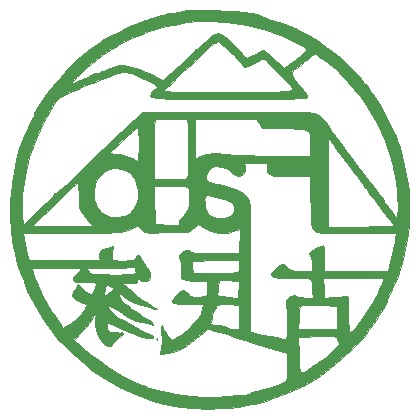
<source format=gbo>
G04 #@! TF.FileFunction,Legend,Bot*
%FSLAX46Y46*%
G04 Gerber Fmt 4.6, Leading zero omitted, Abs format (unit mm)*
G04 Created by KiCad (PCBNEW 4.0.4-stable) date 2017 January 13, Friday 02:46:46*
%MOMM*%
%LPD*%
G01*
G04 APERTURE LIST*
%ADD10C,0.100000*%
%ADD11C,0.010000*%
G04 APERTURE END LIST*
D10*
D11*
G36*
X136532243Y-91124424D02*
X136195000Y-91159165D01*
X135520144Y-91261419D01*
X135016975Y-91344966D01*
X134605417Y-91424712D01*
X134205392Y-91515563D01*
X133972500Y-91572855D01*
X133528657Y-91693676D01*
X133162154Y-91810683D01*
X132989974Y-91880754D01*
X132738735Y-91980241D01*
X132633756Y-91997999D01*
X132429894Y-92052832D01*
X132052310Y-92201201D01*
X131552349Y-92418910D01*
X130981357Y-92681764D01*
X130390681Y-92965570D01*
X129831665Y-93246131D01*
X129355655Y-93499253D01*
X129013997Y-93700740D01*
X128998103Y-93711182D01*
X127973504Y-94427796D01*
X127090048Y-95137480D01*
X126279197Y-95903454D01*
X125472414Y-96788940D01*
X124866372Y-97522500D01*
X124416807Y-98099540D01*
X124003368Y-98659265D01*
X123653783Y-99161222D01*
X123395782Y-99564954D01*
X123257097Y-99830007D01*
X123241000Y-99893749D01*
X123186507Y-100063843D01*
X123044493Y-100384627D01*
X122870176Y-100738237D01*
X122583753Y-101308030D01*
X122372386Y-101768663D01*
X122187061Y-102232616D01*
X122030173Y-102666000D01*
X121873130Y-103123534D01*
X121752434Y-103519575D01*
X121655632Y-103913929D01*
X121570272Y-104366401D01*
X121483899Y-104936796D01*
X121384062Y-105684918D01*
X121355825Y-105904500D01*
X121218359Y-107303373D01*
X121190759Y-108579320D01*
X121275381Y-109839541D01*
X121471672Y-111175000D01*
X121585113Y-111723299D01*
X121731255Y-112309953D01*
X121891580Y-112872440D01*
X122047570Y-113348242D01*
X122180704Y-113674838D01*
X122240963Y-113772150D01*
X122340379Y-113997771D01*
X122352000Y-114104336D01*
X122424152Y-114413511D01*
X122623720Y-114884152D01*
X122925372Y-115474786D01*
X123303777Y-116143941D01*
X123733604Y-116850144D01*
X124189522Y-117551921D01*
X124646198Y-118207800D01*
X125078303Y-118776309D01*
X125460505Y-119215973D01*
X125496811Y-119253077D01*
X126263043Y-120013445D01*
X126912776Y-120626824D01*
X127498330Y-121136007D01*
X128072028Y-121583783D01*
X128686189Y-122012943D01*
X129393135Y-122466277D01*
X129527500Y-122549563D01*
X130598782Y-123141709D01*
X131788823Y-123682114D01*
X132999646Y-124130776D01*
X134133278Y-124447694D01*
X134226500Y-124468033D01*
X135567330Y-124718984D01*
X136766945Y-124863300D01*
X137912096Y-124906366D01*
X139089532Y-124853569D01*
X139624000Y-124803093D01*
X140487581Y-124705697D01*
X141168460Y-124613177D01*
X141737188Y-124510923D01*
X142264315Y-124384324D01*
X142820391Y-124218769D01*
X143434000Y-124014072D01*
X144791456Y-123500454D01*
X146014909Y-122927206D01*
X147156104Y-122261070D01*
X148266779Y-121468788D01*
X149398678Y-120517101D01*
X150509370Y-119466123D01*
X150645685Y-119326812D01*
X149029938Y-119326812D01*
X149022716Y-119425749D01*
X148855518Y-119639193D01*
X148571582Y-119929273D01*
X148214150Y-120258118D01*
X147826461Y-120587858D01*
X147451755Y-120880620D01*
X147133272Y-121098534D01*
X146914252Y-121203730D01*
X146882058Y-121208000D01*
X146723806Y-121287121D01*
X146714834Y-121303250D01*
X146548247Y-121481661D01*
X146262438Y-121666193D01*
X145974638Y-121789104D01*
X145847000Y-121804711D01*
X145762414Y-121747834D01*
X145703336Y-121580774D01*
X145670513Y-121316053D01*
X144649736Y-121316053D01*
X144643358Y-121836202D01*
X144618572Y-122253170D01*
X144579908Y-122506985D01*
X144556153Y-122554384D01*
X144370486Y-122635367D01*
X144010837Y-122769078D01*
X143545616Y-122932336D01*
X143043234Y-123101958D01*
X142572100Y-123254764D01*
X142200626Y-123367573D01*
X142020789Y-123413516D01*
X141664508Y-123505675D01*
X141380677Y-123602210D01*
X141045185Y-123698610D01*
X140809177Y-123725782D01*
X140601457Y-123733257D01*
X140239930Y-123758649D01*
X139797122Y-123795407D01*
X139345556Y-123836978D01*
X138957759Y-123876811D01*
X138706255Y-123908354D01*
X138650689Y-123920775D01*
X138523547Y-123925449D01*
X138200382Y-123923125D01*
X137739055Y-123914430D01*
X137480879Y-123908056D01*
X136699369Y-123849648D01*
X135762505Y-123718303D01*
X134754279Y-123526120D01*
X134609247Y-123494388D01*
X133963880Y-123346730D01*
X133395325Y-123209043D01*
X132956101Y-123094598D01*
X132698726Y-123016666D01*
X132667557Y-123003768D01*
X132355629Y-122857897D01*
X131939650Y-122671251D01*
X131546781Y-122500359D01*
X131369000Y-122426482D01*
X130848814Y-122175552D01*
X130193571Y-121794259D01*
X129459045Y-121319873D01*
X128701008Y-120789664D01*
X127975231Y-120240902D01*
X127442828Y-119802817D01*
X126570149Y-119049859D01*
X127096325Y-118504622D01*
X127514672Y-118044998D01*
X127860948Y-117615172D01*
X128099254Y-117263382D01*
X128193693Y-117037866D01*
X128194000Y-117029637D01*
X128287320Y-116855101D01*
X128336919Y-116816662D01*
X128423483Y-116839429D01*
X128430759Y-117078377D01*
X128414586Y-117221916D01*
X128410434Y-117865014D01*
X128548219Y-118484488D01*
X128801340Y-119021543D01*
X129143201Y-119417385D01*
X129490808Y-119600808D01*
X129721868Y-119580241D01*
X129809175Y-119426280D01*
X129954707Y-119207581D01*
X130233988Y-118974164D01*
X130303136Y-118930782D01*
X130566979Y-118739043D01*
X130723754Y-118559271D01*
X130738770Y-118443329D01*
X130638750Y-118429039D01*
X130461442Y-118435128D01*
X130135295Y-118431955D01*
X130018556Y-118429039D01*
X129677401Y-118399190D01*
X129508746Y-118302522D01*
X129431667Y-118089300D01*
X129426986Y-118065473D01*
X129397180Y-117726095D01*
X129490643Y-117604687D01*
X129722321Y-117689475D01*
X129822167Y-117754154D01*
X130256675Y-118001573D01*
X130835913Y-118262780D01*
X131485921Y-118511602D01*
X132132734Y-118721862D01*
X132702392Y-118867386D01*
X133120931Y-118921999D01*
X133122102Y-118922000D01*
X133330779Y-118896536D01*
X133323183Y-118794656D01*
X133284342Y-118743960D01*
X133053474Y-118580094D01*
X132792541Y-118481195D01*
X132524304Y-118375145D01*
X132120291Y-118169551D01*
X131657157Y-117904108D01*
X131542226Y-117833735D01*
X131117213Y-117576168D01*
X130775032Y-117380577D01*
X130571906Y-117278671D01*
X130544502Y-117271000D01*
X130361214Y-117189100D01*
X130088150Y-116987027D01*
X129798715Y-116730216D01*
X129566318Y-116484103D01*
X129464367Y-116314126D01*
X129464000Y-116307828D01*
X129512185Y-116157954D01*
X129673406Y-116164504D01*
X129972659Y-116335341D01*
X130293020Y-116568600D01*
X131049452Y-117058528D01*
X131846229Y-117423778D01*
X132403507Y-117584981D01*
X132766348Y-117663331D01*
X133048274Y-117732564D01*
X133051750Y-117733539D01*
X133259704Y-117760635D01*
X133266323Y-117677030D01*
X133089097Y-117500990D01*
X132745514Y-117250785D01*
X132353250Y-117003890D01*
X131917652Y-116732019D01*
X131566186Y-116491237D01*
X131357690Y-116322587D01*
X131330940Y-116290819D01*
X131158828Y-116143135D01*
X131091503Y-116128000D01*
X130884237Y-116031570D01*
X130653545Y-115801906D01*
X130470134Y-115528445D01*
X130404712Y-115300627D01*
X130411982Y-115268480D01*
X130492381Y-115156723D01*
X130632013Y-115214773D01*
X130769065Y-115332643D01*
X131117796Y-115592114D01*
X131557515Y-115841076D01*
X131995983Y-116034102D01*
X132340961Y-116125765D01*
X132384020Y-116128000D01*
X132673593Y-116176298D01*
X133044714Y-116295050D01*
X133107079Y-116320167D01*
X133410262Y-116430727D01*
X133597110Y-116468682D01*
X133616737Y-116462596D01*
X133601899Y-116417777D01*
X133485506Y-116322054D01*
X133237885Y-116155388D01*
X132829362Y-115897738D01*
X132275034Y-115556461D01*
X131927935Y-115308564D01*
X131491929Y-114947149D01*
X131176772Y-114660794D01*
X129965109Y-114660794D01*
X129627294Y-115013397D01*
X129328437Y-115286668D01*
X129161561Y-115345851D01*
X129128312Y-115190742D01*
X129151755Y-115072780D01*
X129222111Y-114761284D01*
X129252211Y-114596530D01*
X129304961Y-114444546D01*
X128452480Y-114444546D01*
X128379433Y-114704804D01*
X128245370Y-115013901D01*
X128113872Y-115196237D01*
X128089161Y-115210446D01*
X127928925Y-115156328D01*
X127657736Y-114970371D01*
X127448746Y-114794520D01*
X126939843Y-114334757D01*
X126754646Y-114628128D01*
X126522753Y-115045584D01*
X126471297Y-115331823D01*
X126613768Y-115547057D01*
X126963657Y-115751498D01*
X127011382Y-115774044D01*
X127361857Y-115938753D01*
X127604141Y-116054567D01*
X127668737Y-116087036D01*
X127646714Y-116204246D01*
X127508452Y-116449487D01*
X127299651Y-116755105D01*
X127066010Y-117053446D01*
X126883738Y-117249169D01*
X126635580Y-117448429D01*
X126296474Y-117683148D01*
X125958965Y-117893029D01*
X125715598Y-118017773D01*
X125691904Y-118025710D01*
X125615867Y-117930736D01*
X125434541Y-117670761D01*
X125181052Y-117293758D01*
X125061161Y-117112250D01*
X124764952Y-116659572D01*
X124507337Y-116262318D01*
X124332038Y-115988023D01*
X124300623Y-115937500D01*
X124092714Y-115557100D01*
X123834024Y-115027714D01*
X123564628Y-114437549D01*
X123324604Y-113874815D01*
X123154026Y-113427719D01*
X123136948Y-113376211D01*
X123007507Y-112973923D01*
X125092754Y-112966155D01*
X125788327Y-112965747D01*
X126385498Y-112969563D01*
X126842308Y-112976995D01*
X127116798Y-112987437D01*
X127178000Y-112996320D01*
X127101541Y-113104733D01*
X126908413Y-113334583D01*
X126798780Y-113459007D01*
X126559716Y-113784664D01*
X126533075Y-114002823D01*
X126728329Y-114124860D01*
X127154948Y-114162147D01*
X127379522Y-114156470D01*
X127933043Y-114141699D01*
X128271286Y-114171029D01*
X128431887Y-114265098D01*
X128452480Y-114444546D01*
X129304961Y-114444546D01*
X129324538Y-114388141D01*
X129486556Y-114379515D01*
X129682805Y-114484493D01*
X129965109Y-114660794D01*
X131176772Y-114660794D01*
X131163503Y-114648738D01*
X130905815Y-114432490D01*
X130709466Y-114309514D01*
X130729834Y-114271528D01*
X130928139Y-114236863D01*
X131228333Y-114211589D01*
X131554368Y-114201777D01*
X131830197Y-114213496D01*
X131862494Y-114217479D01*
X131981071Y-114158437D01*
X131961730Y-114042027D01*
X131963087Y-113871232D01*
X132085241Y-113858992D01*
X132194500Y-113969000D01*
X132366916Y-114061967D01*
X132631690Y-114096000D01*
X132938390Y-114004635D01*
X133078403Y-113759784D01*
X133044950Y-113405308D01*
X133026414Y-113368856D01*
X131824659Y-113368856D01*
X131778300Y-113437885D01*
X131641102Y-113482766D01*
X131375959Y-113508682D01*
X130945765Y-113520812D01*
X130313411Y-113524338D01*
X129998098Y-113524500D01*
X129267731Y-113522174D01*
X128747058Y-113511384D01*
X128391787Y-113486408D01*
X128157629Y-113441526D01*
X128000291Y-113371017D01*
X127875483Y-113269158D01*
X127853487Y-113247486D01*
X127576474Y-112970473D01*
X129551127Y-112960029D01*
X130237789Y-112952177D01*
X130835447Y-112937376D01*
X131297655Y-112917401D01*
X131577971Y-112894024D01*
X131637890Y-112880297D01*
X131751390Y-112886078D01*
X131759438Y-112913754D01*
X131789119Y-113113897D01*
X131817286Y-113270500D01*
X131824659Y-113368856D01*
X133026414Y-113368856D01*
X132831249Y-112985070D01*
X132808403Y-112953000D01*
X132546605Y-112577901D01*
X132312463Y-112219023D01*
X132276430Y-112160052D01*
X132080195Y-111882623D01*
X131947952Y-111836272D01*
X131853668Y-112014567D01*
X131843079Y-112052999D01*
X131771704Y-112183806D01*
X131604519Y-112264906D01*
X131285518Y-112312728D01*
X130868865Y-112338749D01*
X130406148Y-112345830D01*
X130044287Y-112324287D01*
X129856746Y-112278759D01*
X129851758Y-112274509D01*
X129799939Y-112090677D01*
X129801960Y-111764601D01*
X129813784Y-111657078D01*
X129882249Y-111146637D01*
X129450875Y-111238983D01*
X129005263Y-111377680D01*
X128778428Y-111574804D01*
X128736203Y-111865653D01*
X128751378Y-111961636D01*
X128822651Y-112318000D01*
X126317576Y-112330305D01*
X125178750Y-112333782D01*
X124278686Y-112331614D01*
X123602203Y-112323519D01*
X123134121Y-112309215D01*
X122859257Y-112288420D01*
X122764896Y-112264283D01*
X122721392Y-112128360D01*
X122647734Y-111813380D01*
X122558830Y-111390257D01*
X122469588Y-110929904D01*
X122395729Y-110508250D01*
X122318557Y-110032000D01*
X125986529Y-110008555D01*
X126937806Y-110001878D01*
X127814997Y-109994583D01*
X128583476Y-109987050D01*
X129208621Y-109979655D01*
X129655805Y-109972777D01*
X129890404Y-109966793D01*
X129908500Y-109965757D01*
X130617674Y-109884187D01*
X131195878Y-109762908D01*
X131593691Y-109613763D01*
X131706945Y-109534906D01*
X131873914Y-109401941D01*
X132012328Y-109418322D01*
X132212469Y-109603313D01*
X132258896Y-109652670D01*
X132395979Y-109791213D01*
X132533542Y-109884937D01*
X132720154Y-109941422D01*
X133004385Y-109968250D01*
X133434803Y-109973003D01*
X134059978Y-109963261D01*
X134227396Y-109959948D01*
X134870458Y-109946699D01*
X135438379Y-109934175D01*
X135873772Y-109923699D01*
X136119248Y-109916592D01*
X136132798Y-109916047D01*
X136393703Y-109825404D01*
X136696205Y-109618059D01*
X136733948Y-109584308D01*
X137079800Y-109263616D01*
X137570537Y-109588370D01*
X138168291Y-109858066D01*
X138883665Y-109991965D01*
X139612715Y-109978469D01*
X140091483Y-109869689D01*
X140621114Y-109687216D01*
X140560050Y-111688388D01*
X138569349Y-111717444D01*
X137762817Y-111723782D01*
X137181999Y-111714510D01*
X136798986Y-111687864D01*
X136585869Y-111642080D01*
X136517811Y-111587750D01*
X136352368Y-111442815D01*
X136082495Y-111470915D01*
X135776845Y-111659185D01*
X135690498Y-111742776D01*
X135502297Y-111981383D01*
X135491006Y-112150134D01*
X135557455Y-112251433D01*
X135659806Y-112543749D01*
X135662757Y-113031192D01*
X135658993Y-113072797D01*
X135632867Y-113505394D01*
X135682671Y-113783895D01*
X135850532Y-113942033D01*
X136178574Y-114013542D01*
X136708923Y-114032154D01*
X136857442Y-114032500D01*
X137371719Y-114035253D01*
X137681239Y-114053761D01*
X137835246Y-114103396D01*
X137882981Y-114199530D01*
X137874520Y-114350000D01*
X137848969Y-114735372D01*
X137844787Y-115016750D01*
X137833924Y-115207568D01*
X137759990Y-115321612D01*
X137571592Y-115378253D01*
X137217337Y-115396862D01*
X136834352Y-115397600D01*
X136430786Y-115319912D01*
X136215612Y-115126973D01*
X136000310Y-114920066D01*
X135822271Y-114858000D01*
X135577844Y-114955680D01*
X135293298Y-115192903D01*
X135049615Y-115485938D01*
X134927777Y-115751057D01*
X134925000Y-115785699D01*
X134982670Y-115895876D01*
X135174614Y-115970188D01*
X135529234Y-116011600D01*
X136074936Y-116023073D01*
X136840121Y-116007573D01*
X137000495Y-116002246D01*
X137336446Y-115996109D01*
X137512142Y-116040578D01*
X137547684Y-116185993D01*
X137463176Y-116482696D01*
X137333026Y-116834997D01*
X137172272Y-117093233D01*
X136868021Y-117454173D01*
X136475953Y-117862902D01*
X136051750Y-118264504D01*
X135651094Y-118604064D01*
X135329664Y-118826667D01*
X135295094Y-118844905D01*
X134863933Y-119059996D01*
X134516883Y-118641748D01*
X134300338Y-118348664D01*
X134177001Y-118119643D01*
X134166417Y-118072245D01*
X134068376Y-117870813D01*
X134021849Y-117833754D01*
X133946954Y-117859359D01*
X133938069Y-118086756D01*
X133977098Y-118429508D01*
X134036846Y-118871536D01*
X134059879Y-119160701D01*
X134045327Y-119395599D01*
X133992320Y-119674826D01*
X133965009Y-119799067D01*
X133869324Y-120231634D01*
X134612301Y-120144311D01*
X135218686Y-120006928D01*
X135840624Y-119723413D01*
X136518703Y-119270881D01*
X137274611Y-118643323D01*
X137599982Y-118364662D01*
X137848940Y-118172510D01*
X137962246Y-118110226D01*
X138135670Y-118157720D01*
X138495411Y-118265735D01*
X138986043Y-118416837D01*
X139552141Y-118593593D01*
X140138280Y-118778571D01*
X140689034Y-118954335D01*
X141148979Y-119103454D01*
X141462689Y-119208494D01*
X141529000Y-119232104D01*
X141751112Y-119311020D01*
X142010892Y-119395424D01*
X142352758Y-119498459D01*
X142821127Y-119633265D01*
X143460415Y-119812983D01*
X144005500Y-119964792D01*
X144640500Y-120141268D01*
X144649736Y-121316053D01*
X145670513Y-121316053D01*
X145664123Y-121264517D01*
X145639134Y-120760047D01*
X145627309Y-120285656D01*
X145598117Y-118795000D01*
X146135309Y-118784356D01*
X147041410Y-118766092D01*
X147724777Y-118753709D01*
X148216652Y-118749725D01*
X148548278Y-118756657D01*
X148750898Y-118777021D01*
X148855756Y-118813334D01*
X148894093Y-118868112D01*
X148897154Y-118943873D01*
X148895025Y-119006666D01*
X148949337Y-119245088D01*
X149029938Y-119326812D01*
X150645685Y-119326812D01*
X150866455Y-119101192D01*
X151141125Y-118797680D01*
X151291743Y-118602622D01*
X151308001Y-118563917D01*
X151384749Y-118399817D01*
X151571730Y-118151235D01*
X151593751Y-118125836D01*
X151918977Y-117741218D01*
X152191350Y-117376365D01*
X152449290Y-116970248D01*
X152731220Y-116461834D01*
X153075562Y-115790095D01*
X153119836Y-115701740D01*
X153905523Y-113949616D01*
X153917936Y-113912366D01*
X152816210Y-113912366D01*
X152784005Y-114038075D01*
X152658775Y-114339236D01*
X152462616Y-114764887D01*
X152312063Y-115075042D01*
X151890526Y-115867348D01*
X151418094Y-116655442D01*
X150937509Y-117373618D01*
X150491507Y-117956166D01*
X150295482Y-118175372D01*
X150118525Y-118338470D01*
X149992433Y-118385181D01*
X149909376Y-118289410D01*
X149880846Y-118131788D01*
X148905177Y-118131788D01*
X147257757Y-118114144D01*
X145610338Y-118096500D01*
X145617221Y-117119184D01*
X145619857Y-116703797D01*
X145645975Y-116411268D01*
X145733097Y-116222468D01*
X145918748Y-116118267D01*
X146240452Y-116079536D01*
X146735733Y-116087146D01*
X147442113Y-116121966D01*
X147561500Y-116128000D01*
X148831500Y-116191500D01*
X148868339Y-117161644D01*
X148905177Y-118131788D01*
X149880846Y-118131788D01*
X149861527Y-118025062D01*
X149841056Y-117566042D01*
X149840135Y-116886254D01*
X149842190Y-116664479D01*
X149844734Y-116041558D01*
X149833304Y-115633700D01*
X149802722Y-115402123D01*
X149747815Y-115308042D01*
X149663404Y-115312675D01*
X149661864Y-115313307D01*
X149439395Y-115364429D01*
X149050924Y-115418304D01*
X148620806Y-115459815D01*
X147775111Y-115525475D01*
X147731806Y-114683471D01*
X147688500Y-113841467D01*
X150038000Y-113826686D01*
X150940048Y-113822064D01*
X151620331Y-113821740D01*
X152111064Y-113826708D01*
X152444462Y-113837961D01*
X152652739Y-113856493D01*
X152768109Y-113883297D01*
X152816210Y-113912366D01*
X153917936Y-113912366D01*
X154472286Y-112248829D01*
X154831255Y-110543053D01*
X154877331Y-110041399D01*
X153873783Y-110041399D01*
X153812000Y-110512949D01*
X153752169Y-110854597D01*
X153646952Y-111351516D01*
X153515823Y-111913397D01*
X153470695Y-112095653D01*
X153191172Y-113206806D01*
X150471586Y-113196671D01*
X147752000Y-113186537D01*
X147752000Y-112117268D01*
X147746193Y-111631956D01*
X147730706Y-111261677D01*
X147708442Y-111065024D01*
X147699029Y-111048000D01*
X147561757Y-111093773D01*
X147270132Y-111210570D01*
X147064029Y-111297486D01*
X146656110Y-111506909D01*
X146491624Y-111685211D01*
X146563241Y-111841675D01*
X146609000Y-111873500D01*
X146682688Y-112036254D01*
X146728514Y-112363105D01*
X146736000Y-112579495D01*
X146736000Y-113207000D01*
X145792718Y-113207000D01*
X145296077Y-113198820D01*
X144983346Y-113161882D01*
X144784638Y-113077586D01*
X144630069Y-112927334D01*
X144599690Y-112889500D01*
X144387577Y-112657025D01*
X144204697Y-112598603D01*
X143982086Y-112720337D01*
X143712110Y-112968069D01*
X143432471Y-113267131D01*
X143302277Y-113490417D01*
X143339849Y-113648530D01*
X143563507Y-113752069D01*
X143991571Y-113811638D01*
X144642363Y-113837836D01*
X145222388Y-113842000D01*
X145869768Y-113839562D01*
X146305760Y-113851116D01*
X146572570Y-113904958D01*
X146712406Y-114029386D01*
X146767476Y-114252698D01*
X146779986Y-114603191D01*
X146784699Y-114889438D01*
X146799500Y-115492377D01*
X146221650Y-115492688D01*
X145840831Y-115463224D01*
X145561174Y-115388666D01*
X145500699Y-115349898D01*
X145263959Y-115259032D01*
X144976259Y-115327987D01*
X144708342Y-115506050D01*
X144530949Y-115742508D01*
X144514823Y-115986647D01*
X144540948Y-116037915D01*
X144582191Y-116221027D01*
X144617805Y-116599921D01*
X144643607Y-117116383D01*
X144654698Y-117620250D01*
X144657242Y-118267578D01*
X144638511Y-118696147D01*
X144581866Y-118941154D01*
X144470671Y-119037796D01*
X144288290Y-119021271D01*
X144034230Y-118932922D01*
X143724713Y-118849340D01*
X143295043Y-118772172D01*
X143095266Y-118746287D01*
X142602830Y-118668025D01*
X142124048Y-118555929D01*
X141985031Y-118513114D01*
X141508455Y-118350500D01*
X141512079Y-116953500D01*
X141514469Y-116064500D01*
X140599132Y-116064500D01*
X140576500Y-118148270D01*
X140158404Y-118133356D01*
X139854224Y-118095538D01*
X139682578Y-118023929D01*
X139678286Y-118018089D01*
X139528359Y-117951665D01*
X139201894Y-117880891D01*
X138851143Y-117831173D01*
X138425874Y-117771568D01*
X138207588Y-117702658D01*
X138149490Y-117604543D01*
X138165405Y-117539555D01*
X138250489Y-117260776D01*
X138315798Y-116982607D01*
X138403611Y-116702239D01*
X138497404Y-116562362D01*
X138592554Y-116391622D01*
X138608000Y-116266435D01*
X138636226Y-116151869D01*
X138754597Y-116084903D01*
X139013658Y-116054635D01*
X139463951Y-116050160D01*
X139603566Y-116051681D01*
X140599132Y-116064500D01*
X141514469Y-116064500D01*
X141516891Y-115164039D01*
X141519524Y-114191250D01*
X140563800Y-114191250D01*
X140551873Y-114409839D01*
X140537153Y-114768134D01*
X140532050Y-114911933D01*
X140513000Y-115473866D01*
X139665948Y-115419546D01*
X139229242Y-115384404D01*
X138904545Y-115344887D01*
X138763912Y-115310244D01*
X138748247Y-115163697D01*
X138768777Y-114849883D01*
X138796133Y-114621216D01*
X138883336Y-113987170D01*
X139729918Y-114009835D01*
X140233106Y-114042219D01*
X140503085Y-114108606D01*
X140563800Y-114191250D01*
X141519524Y-114191250D01*
X141521095Y-113611204D01*
X141522941Y-112825669D01*
X140582273Y-112825669D01*
X140581693Y-113031239D01*
X140556676Y-113180589D01*
X140472306Y-113282681D01*
X140293670Y-113346474D01*
X139985851Y-113380928D01*
X139513936Y-113395004D01*
X138843008Y-113397660D01*
X138354000Y-113397500D01*
X136639500Y-113397500D01*
X136619462Y-112870192D01*
X136599423Y-112342884D01*
X138590848Y-112335162D01*
X140582273Y-112327439D01*
X140582273Y-112825669D01*
X141522941Y-112825669D01*
X141524229Y-112277620D01*
X141525832Y-111145913D01*
X141525442Y-110198708D01*
X141522598Y-109418631D01*
X141516839Y-108788308D01*
X141507703Y-108290364D01*
X141499756Y-108055782D01*
X140144346Y-108055782D01*
X140135586Y-108127000D01*
X139975890Y-108451239D01*
X139642412Y-108669442D01*
X139197965Y-108767971D01*
X138705364Y-108733191D01*
X138227424Y-108551464D01*
X138214682Y-108544021D01*
X137976863Y-108381596D01*
X137830926Y-108193498D01*
X137735400Y-107901131D01*
X137659580Y-107492000D01*
X137623827Y-107109353D01*
X137673464Y-106959873D01*
X136353230Y-106959873D01*
X136351087Y-107286995D01*
X136338688Y-107722888D01*
X136273853Y-108005857D01*
X136116276Y-108236686D01*
X135878991Y-108467469D01*
X135568686Y-108802394D01*
X135463013Y-109062912D01*
X135472559Y-109153554D01*
X135489511Y-109299439D01*
X135402669Y-109365551D01*
X135156086Y-109370483D01*
X134882624Y-109349599D01*
X134468094Y-109317628D01*
X128257500Y-109317628D01*
X127964364Y-109389064D01*
X127758933Y-109408047D01*
X127348332Y-109422674D01*
X126781359Y-109432759D01*
X126106808Y-109438114D01*
X125373477Y-109438553D01*
X124630161Y-109433889D01*
X123925657Y-109423936D01*
X123308762Y-109408506D01*
X123265026Y-109407043D01*
X123127664Y-109383578D01*
X123129507Y-109303581D01*
X123291542Y-109132116D01*
X123582526Y-108878485D01*
X124004589Y-108505956D01*
X124427976Y-108109860D01*
X124645239Y-107894235D01*
X124916209Y-107622394D01*
X125275495Y-107272121D01*
X125681135Y-106883039D01*
X126091167Y-106494769D01*
X126463629Y-106146933D01*
X126756560Y-105879152D01*
X126927997Y-105731047D01*
X126954258Y-105714000D01*
X126969485Y-105831131D01*
X126981043Y-106143061D01*
X126987054Y-106590597D01*
X126987500Y-106761750D01*
X126998489Y-107319870D01*
X127043853Y-107712023D01*
X127142188Y-108025751D01*
X127312092Y-108348594D01*
X127331475Y-108381000D01*
X127587852Y-108749788D01*
X127852277Y-109043768D01*
X127966475Y-109135064D01*
X128257500Y-109317628D01*
X134468094Y-109317628D01*
X134411718Y-109313280D01*
X133977009Y-109287200D01*
X133829309Y-109281268D01*
X133432117Y-109270000D01*
X133403397Y-106730493D01*
X132056035Y-106730493D01*
X132039669Y-107075811D01*
X131930565Y-107424571D01*
X131889086Y-107523421D01*
X131688532Y-107908554D01*
X131467030Y-108222784D01*
X131399104Y-108293083D01*
X130891646Y-108587509D01*
X130286240Y-108695413D01*
X129657406Y-108616743D01*
X129079665Y-108351447D01*
X129000982Y-108294765D01*
X128551726Y-107800344D01*
X128310009Y-107167115D01*
X128279011Y-106407111D01*
X128364761Y-105887140D01*
X128531783Y-105461778D01*
X128849029Y-105082599D01*
X129216663Y-104787895D01*
X129594693Y-104558284D01*
X129930554Y-104479395D01*
X130212313Y-104493991D01*
X130890971Y-104650595D01*
X131388503Y-104952149D01*
X131734316Y-105427961D01*
X131957815Y-106107339D01*
X131989511Y-106265263D01*
X132056035Y-106730493D01*
X133403397Y-106730493D01*
X133395177Y-106003740D01*
X134858534Y-106017620D01*
X135495186Y-106019982D01*
X135920783Y-106036556D01*
X136177356Y-106103086D01*
X136306934Y-106255318D01*
X136351549Y-106528999D01*
X136353230Y-106959873D01*
X137673464Y-106959873D01*
X137696007Y-106891986D01*
X137912680Y-106818727D01*
X138310406Y-106868401D01*
X138614237Y-106939114D01*
X139286647Y-107124645D01*
X139741640Y-107302356D01*
X140013439Y-107498968D01*
X140136267Y-107741203D01*
X140144346Y-108055782D01*
X141499756Y-108055782D01*
X141494730Y-107907424D01*
X141477459Y-107622115D01*
X141455427Y-107417061D01*
X141428175Y-107274889D01*
X141395240Y-107178224D01*
X141356161Y-107109692D01*
X141310478Y-107051918D01*
X141257729Y-106987527D01*
X141247149Y-106973490D01*
X140944840Y-106660363D01*
X140599806Y-106426126D01*
X140578246Y-106416139D01*
X140206339Y-106272177D01*
X139715482Y-106110242D01*
X139181778Y-105952076D01*
X138681332Y-105819423D01*
X138290248Y-105734024D01*
X138120594Y-105714000D01*
X137885217Y-105617889D01*
X137777998Y-105376389D01*
X137792870Y-105059752D01*
X137923764Y-104738227D01*
X138164616Y-104482064D01*
X138230429Y-104442165D01*
X138641949Y-104347853D01*
X139132913Y-104412592D01*
X139605992Y-104613043D01*
X139892734Y-104840771D01*
X140208569Y-105119660D01*
X140482337Y-105187551D01*
X140792433Y-105057063D01*
X140878403Y-104999430D01*
X141092664Y-104771955D01*
X141108310Y-104469607D01*
X141102232Y-104437409D01*
X141031142Y-104081957D01*
X141978571Y-104077010D01*
X142926000Y-104072064D01*
X142926000Y-104466281D01*
X142952220Y-104740229D01*
X143054226Y-104936984D01*
X143267037Y-105069029D01*
X143625673Y-105148848D01*
X144165154Y-105188925D01*
X144920499Y-105201743D01*
X144989750Y-105201960D01*
X146609000Y-105206000D01*
X146624875Y-106984000D01*
X146633057Y-107840276D01*
X146642825Y-108479246D01*
X146658190Y-108937593D01*
X146683161Y-109252000D01*
X146721746Y-109459148D01*
X146777957Y-109595722D01*
X146855801Y-109698402D01*
X146929860Y-109774304D01*
X147019014Y-109852034D01*
X147132715Y-109912399D01*
X147301808Y-109957645D01*
X147557140Y-109990018D01*
X147929555Y-110011765D01*
X148449901Y-110025133D01*
X149149022Y-110032366D01*
X150057764Y-110035713D01*
X150530501Y-110036531D01*
X153873783Y-110041399D01*
X154877331Y-110041399D01*
X154938546Y-109374931D01*
X153661031Y-109374931D01*
X153658959Y-109394521D01*
X153525676Y-109413888D01*
X153175715Y-109431008D01*
X152646393Y-109444997D01*
X151975028Y-109454969D01*
X151198938Y-109460041D01*
X150875529Y-109460500D01*
X148132950Y-109460500D01*
X148121930Y-108635000D01*
X148105654Y-107246278D01*
X148095334Y-105981551D01*
X148090880Y-104859283D01*
X148092200Y-103897943D01*
X148099205Y-103115995D01*
X148111803Y-102531907D01*
X148129904Y-102164145D01*
X148153416Y-102031174D01*
X148154392Y-102030999D01*
X148265833Y-102129570D01*
X148446756Y-102377815D01*
X148528589Y-102507250D01*
X148763740Y-102862950D01*
X149084281Y-103308955D01*
X149368909Y-103682000D01*
X149683352Y-104083172D01*
X149963661Y-104445211D01*
X150137713Y-104674502D01*
X150353743Y-104951034D01*
X150644139Y-105304983D01*
X150768250Y-105451894D01*
X151007563Y-105758899D01*
X151156523Y-106001456D01*
X151181000Y-106078642D01*
X151254747Y-106214987D01*
X151287615Y-106222000D01*
X151417139Y-106323196D01*
X151530590Y-106507750D01*
X151682856Y-106753631D01*
X151976420Y-107161540D01*
X152387611Y-107700370D01*
X152892760Y-108339013D01*
X153388939Y-108950021D01*
X153578056Y-109207159D01*
X153661031Y-109374931D01*
X154938546Y-109374931D01*
X154993561Y-108775965D01*
X154985121Y-108091029D01*
X153999635Y-108091029D01*
X153980553Y-108468793D01*
X153936721Y-108697745D01*
X153867139Y-108743783D01*
X153770807Y-108572809D01*
X153766388Y-108560986D01*
X153626309Y-108324586D01*
X153377580Y-108011639D01*
X153254225Y-107876703D01*
X153004975Y-107586712D01*
X152853373Y-107352916D01*
X152832001Y-107282524D01*
X152751648Y-107064938D01*
X152672514Y-106961321D01*
X152436966Y-106688492D01*
X152077520Y-106239260D01*
X151617594Y-105644135D01*
X151080608Y-104933628D01*
X150489981Y-104138250D01*
X150155378Y-103682000D01*
X149750569Y-103130745D01*
X149396304Y-102654227D01*
X149120379Y-102289374D01*
X148950590Y-102073114D01*
X148912666Y-102031000D01*
X148896187Y-102011948D01*
X146571026Y-102011948D01*
X146565290Y-102436059D01*
X146545500Y-103491500D01*
X143307000Y-103465462D01*
X142386401Y-103452964D01*
X141515801Y-103431641D01*
X140738256Y-103403285D01*
X140096822Y-103369690D01*
X139634555Y-103332649D01*
X139433500Y-103304151D01*
X138625497Y-103233157D01*
X137801268Y-103334764D01*
X137275607Y-103505544D01*
X137014192Y-103620064D01*
X136888896Y-103676130D01*
X136887238Y-103677028D01*
X136883699Y-103559727D01*
X136878403Y-103234960D01*
X136872007Y-102749252D01*
X136865167Y-102149126D01*
X136863593Y-101999250D01*
X136859579Y-101610585D01*
X136254216Y-101610585D01*
X136252243Y-102347033D01*
X136248833Y-102761250D01*
X136241058Y-103520999D01*
X136232734Y-104197962D01*
X136224499Y-104749265D01*
X136216993Y-105132038D01*
X136210892Y-105303063D01*
X136131848Y-105377876D01*
X135891918Y-105425226D01*
X135460298Y-105448341D01*
X134806183Y-105450447D01*
X134804244Y-105450429D01*
X133413488Y-105437231D01*
X133375494Y-103538894D01*
X133364584Y-102806790D01*
X133362814Y-102475500D01*
X132071499Y-102475500D01*
X132067883Y-103050523D01*
X132060585Y-103518964D01*
X132050685Y-103830684D01*
X132039973Y-103936000D01*
X131921503Y-103882866D01*
X131652493Y-103747927D01*
X131480567Y-103659094D01*
X131024945Y-103481776D01*
X130488365Y-103354141D01*
X130265592Y-103325489D01*
X129581872Y-103268790D01*
X130743633Y-102141895D01*
X131187798Y-101717155D01*
X131567375Y-101365624D01*
X131845219Y-101120881D01*
X131984186Y-101016507D01*
X131990134Y-101015000D01*
X132023221Y-101133630D01*
X132049655Y-101456101D01*
X132066642Y-101932282D01*
X132071499Y-102475500D01*
X133362814Y-102475500D01*
X133360842Y-102106772D01*
X133364173Y-101505747D01*
X133374481Y-101070623D01*
X133379163Y-100978528D01*
X133420826Y-100316500D01*
X134649163Y-100343925D01*
X135200904Y-100356237D01*
X135669350Y-100366679D01*
X135987558Y-100373757D01*
X136074191Y-100375675D01*
X136143453Y-100404784D01*
X136193706Y-100510298D01*
X136227329Y-100724749D01*
X136246705Y-101080668D01*
X136254216Y-101610585D01*
X136859579Y-101610585D01*
X136846212Y-100316500D01*
X139447602Y-100324509D01*
X142048992Y-100332519D01*
X142295130Y-100737259D01*
X142541267Y-101142000D01*
X144249366Y-101142000D01*
X144909836Y-101150672D01*
X145501701Y-101174393D01*
X145966552Y-101209714D01*
X146245979Y-101253191D01*
X146271273Y-101261309D01*
X146424729Y-101333730D01*
X146516357Y-101445085D01*
X146560380Y-101652211D01*
X146571026Y-102011948D01*
X148896187Y-102011948D01*
X148796433Y-101896626D01*
X148595526Y-101626985D01*
X148477449Y-101459500D01*
X148069713Y-100879506D01*
X147764988Y-100473822D01*
X147528435Y-100203416D01*
X147325217Y-100029258D01*
X147120497Y-99912318D01*
X147080182Y-99894061D01*
X146952867Y-99854536D01*
X146752701Y-99821308D01*
X146460394Y-99793968D01*
X146056656Y-99772106D01*
X145522197Y-99755313D01*
X144837726Y-99743179D01*
X143983954Y-99735296D01*
X142941590Y-99731253D01*
X141691344Y-99730642D01*
X140213927Y-99733053D01*
X139571729Y-99734725D01*
X132470957Y-99754724D01*
X132015229Y-100145633D01*
X131675290Y-100447301D01*
X131181827Y-100899215D01*
X130563372Y-101474501D01*
X129848455Y-102146286D01*
X129065610Y-102887696D01*
X128243367Y-103671857D01*
X127410259Y-104471895D01*
X126946898Y-104919457D01*
X126395726Y-105445344D01*
X125899727Y-105904091D01*
X125489941Y-106268153D01*
X125197409Y-106509981D01*
X125053172Y-106602028D01*
X125050750Y-106602207D01*
X124902857Y-106663514D01*
X124891845Y-106698250D01*
X124813455Y-106857023D01*
X124628452Y-107097089D01*
X124411652Y-107332721D01*
X124237872Y-107478191D01*
X124199130Y-107492000D01*
X124076612Y-107577031D01*
X123820469Y-107806083D01*
X123473132Y-108140090D01*
X123220495Y-108393004D01*
X122842877Y-108767411D01*
X122534858Y-109055417D01*
X122336326Y-109220721D01*
X122284507Y-109244839D01*
X122256206Y-109104173D01*
X122223275Y-108771634D01*
X122191402Y-108309138D01*
X122181075Y-108118680D01*
X122211161Y-106686237D01*
X122428123Y-105157466D01*
X122815613Y-103588410D01*
X123357284Y-102035108D01*
X124036788Y-100553602D01*
X124739683Y-99347797D01*
X125090358Y-98854225D01*
X125398922Y-98533498D01*
X125725849Y-98326097D01*
X125821045Y-98283507D01*
X126226089Y-98109311D01*
X126737687Y-97883222D01*
X127151953Y-97696459D01*
X127575371Y-97512872D01*
X127917468Y-97381673D01*
X128104298Y-97331218D01*
X128104453Y-97331217D01*
X128324447Y-97275909D01*
X128575000Y-97166615D01*
X128965140Y-96986719D01*
X129470657Y-96781217D01*
X129994778Y-96586721D01*
X130440728Y-96439844D01*
X130625413Y-96390903D01*
X130965671Y-96385526D01*
X131374615Y-96465809D01*
X131450913Y-96490617D01*
X131992991Y-96700523D01*
X132513654Y-96934505D01*
X132976087Y-97171152D01*
X133343471Y-97389054D01*
X133578991Y-97566801D01*
X133645829Y-97682981D01*
X133559750Y-97716990D01*
X133424516Y-97812160D01*
X133242771Y-98025940D01*
X133145688Y-98164947D01*
X133085607Y-98282191D01*
X133081044Y-98379449D01*
X133150514Y-98458495D01*
X133312536Y-98521108D01*
X133585624Y-98569061D01*
X133988295Y-98604133D01*
X134539065Y-98628098D01*
X135256451Y-98642733D01*
X136158969Y-98649814D01*
X137265135Y-98651117D01*
X138593466Y-98648419D01*
X139696566Y-98644999D01*
X140945165Y-98640753D01*
X142118526Y-98636359D01*
X143191777Y-98631938D01*
X144140046Y-98627612D01*
X144938459Y-98623502D01*
X145562145Y-98619730D01*
X145986231Y-98616418D01*
X146185844Y-98613686D01*
X146196250Y-98613249D01*
X146344727Y-98524737D01*
X146291005Y-98293033D01*
X146034010Y-97915904D01*
X145962527Y-97833686D01*
X145071321Y-97833686D01*
X144956007Y-97916434D01*
X144707135Y-97973840D01*
X144306962Y-98010456D01*
X143737746Y-98030830D01*
X142981745Y-98039513D01*
X142021214Y-98041053D01*
X140838413Y-98040001D01*
X139742834Y-98040317D01*
X138579889Y-98041291D01*
X137499039Y-98040913D01*
X136525936Y-98039284D01*
X135686232Y-98036509D01*
X135005578Y-98032689D01*
X134509625Y-98027927D01*
X134224025Y-98022327D01*
X134163000Y-98017953D01*
X134251035Y-97904502D01*
X134495144Y-97647858D01*
X134865335Y-97277734D01*
X135331615Y-96823840D01*
X135863990Y-96315886D01*
X136202055Y-95998094D01*
X136909144Y-95338036D01*
X137454183Y-94831994D01*
X137860049Y-94459862D01*
X138149615Y-94201532D01*
X138345755Y-94036895D01*
X138471345Y-93945843D01*
X138549259Y-93908270D01*
X138585406Y-93903000D01*
X138742985Y-93804681D01*
X138756704Y-93774388D01*
X138855333Y-93803645D01*
X139084767Y-93976879D01*
X139401717Y-94253116D01*
X139762894Y-94591381D01*
X140125011Y-94950700D01*
X140444777Y-95290097D01*
X140678906Y-95568597D01*
X140733609Y-95645628D01*
X140926728Y-95860828D01*
X141079595Y-95935000D01*
X141324738Y-95872441D01*
X141680507Y-95717403D01*
X142046548Y-95518841D01*
X142314770Y-95332447D01*
X142466734Y-95236106D01*
X142623018Y-95248829D01*
X142830376Y-95396309D01*
X143135562Y-95704237D01*
X143283206Y-95864603D01*
X143553263Y-96151780D01*
X143919940Y-96530646D01*
X144265521Y-96880603D01*
X144551855Y-97158298D01*
X144793345Y-97387904D01*
X144972247Y-97573971D01*
X145070821Y-97721049D01*
X145071321Y-97833686D01*
X145962527Y-97833686D01*
X145646635Y-97470358D01*
X145234498Y-96976773D01*
X145032166Y-96604874D01*
X145036013Y-96338636D01*
X145242415Y-96162035D01*
X145342184Y-96124489D01*
X145601849Y-95968584D01*
X145814350Y-95757162D01*
X146085033Y-95484388D01*
X146315760Y-95321000D01*
X146626997Y-95113861D01*
X146793123Y-94970734D01*
X146919894Y-94874622D01*
X147063666Y-94875544D01*
X147283138Y-94993880D01*
X147637007Y-95250009D01*
X147670701Y-95275416D01*
X148755780Y-96164630D01*
X149661186Y-97067691D01*
X150201172Y-97713000D01*
X150517424Y-98112969D01*
X150785520Y-98441430D01*
X150958484Y-98641134D01*
X150982724Y-98665500D01*
X151189324Y-98922438D01*
X151487984Y-99392355D01*
X151867582Y-100056132D01*
X152316993Y-100894649D01*
X152608302Y-101459500D01*
X152951550Y-102246726D01*
X153284056Y-103224699D01*
X153584957Y-104330370D01*
X153650432Y-104608953D01*
X153758832Y-105163501D01*
X153848487Y-105773835D01*
X153918395Y-106405854D01*
X153967556Y-107025459D01*
X153994970Y-107598551D01*
X153999635Y-108091029D01*
X154985121Y-108091029D01*
X154970335Y-106891240D01*
X154942984Y-106476000D01*
X154870162Y-105858314D01*
X154740724Y-105106784D01*
X154570451Y-104288586D01*
X154375119Y-103470896D01*
X154170507Y-102720890D01*
X153972392Y-102105745D01*
X153839313Y-101777000D01*
X153393609Y-100841122D01*
X153024498Y-100091122D01*
X152704883Y-99481005D01*
X152407667Y-98964775D01*
X152105756Y-98496438D01*
X151772053Y-98030000D01*
X151379461Y-97519464D01*
X151190740Y-97281134D01*
X150734093Y-96755138D01*
X150136648Y-96136491D01*
X149459968Y-95486059D01*
X148765614Y-94864709D01*
X148629441Y-94748780D01*
X148415765Y-94586714D01*
X148207376Y-94438517D01*
X146261064Y-94438517D01*
X146223798Y-94593539D01*
X146034201Y-94803965D01*
X145673522Y-95102959D01*
X145229020Y-95443490D01*
X144420540Y-96055627D01*
X143579783Y-95296813D01*
X143191201Y-94958449D01*
X142866016Y-94697964D01*
X142654355Y-94554559D01*
X142610264Y-94538650D01*
X142432614Y-94601165D01*
X142131331Y-94758590D01*
X141973500Y-94852187D01*
X141568043Y-95064107D01*
X141244001Y-95163427D01*
X141051991Y-95138716D01*
X141021000Y-95067314D01*
X140933256Y-94917142D01*
X140702648Y-94648485D01*
X140378116Y-94309376D01*
X140008599Y-93947847D01*
X139643036Y-93611929D01*
X139330366Y-93349655D01*
X139135429Y-93216679D01*
X138839885Y-93117356D01*
X138552905Y-93156656D01*
X138225063Y-93355789D01*
X137806935Y-93735965D01*
X137719000Y-93824516D01*
X137399091Y-94126705D01*
X137131937Y-94337857D01*
X136988750Y-94408448D01*
X136840927Y-94472642D01*
X136830000Y-94508145D01*
X136741969Y-94625067D01*
X136500063Y-94880196D01*
X136137561Y-95240015D01*
X135687745Y-95671010D01*
X135503895Y-95843629D01*
X134177790Y-97081967D01*
X133757645Y-96850758D01*
X133455803Y-96705147D01*
X132991731Y-96504791D01*
X132441802Y-96282031D01*
X132130319Y-96161645D01*
X131425122Y-95917535D01*
X130870098Y-95795621D01*
X130392655Y-95796071D01*
X129920200Y-95919050D01*
X129380141Y-96164726D01*
X129373810Y-96167979D01*
X129003270Y-96334027D01*
X128692648Y-96431897D01*
X128605460Y-96443000D01*
X128342034Y-96503871D01*
X128250788Y-96564012D01*
X128084630Y-96660927D01*
X127756679Y-96811795D01*
X127344350Y-96985168D01*
X126925063Y-97149594D01*
X126576233Y-97273625D01*
X126375581Y-97325792D01*
X126410972Y-97248249D01*
X126595287Y-97036141D01*
X126892857Y-96729381D01*
X127022601Y-96601750D01*
X127610941Y-96039985D01*
X128088298Y-95613871D01*
X128516953Y-95273330D01*
X128959191Y-94968283D01*
X129377135Y-94708609D01*
X129771109Y-94467245D01*
X130073014Y-94274281D01*
X130222238Y-94168546D01*
X130226000Y-94164757D01*
X130406687Y-94037795D01*
X130747717Y-93850895D01*
X131174410Y-93640451D01*
X131612088Y-93442859D01*
X131986070Y-93294514D01*
X132067500Y-93267292D01*
X132419261Y-93142448D01*
X132671046Y-93027389D01*
X132710311Y-93001766D01*
X132901098Y-92919064D01*
X133281607Y-92800948D01*
X133792619Y-92662464D01*
X134374918Y-92518657D01*
X134969288Y-92384574D01*
X135516512Y-92275259D01*
X135687000Y-92245459D01*
X136927791Y-92099448D01*
X138208134Y-92055881D01*
X139399637Y-92118664D01*
X139497000Y-92129532D01*
X141287887Y-92406583D01*
X142886169Y-92800540D01*
X144330662Y-93323624D01*
X145660184Y-93988052D01*
X145953615Y-94162040D01*
X146164753Y-94305739D01*
X146261064Y-94438517D01*
X148207376Y-94438517D01*
X148054235Y-94329611D01*
X147609284Y-94021897D01*
X147145348Y-93707997D01*
X146726859Y-93432337D01*
X146629916Y-93370163D01*
X146040764Y-93039459D01*
X145291678Y-92683122D01*
X144468986Y-92337751D01*
X143659012Y-92039945D01*
X143053000Y-91853694D01*
X142679218Y-91739081D01*
X142403254Y-91629872D01*
X142340555Y-91593990D01*
X142091248Y-91497242D01*
X141634436Y-91403961D01*
X141016615Y-91317438D01*
X140284281Y-91240962D01*
X139483928Y-91177822D01*
X138662053Y-91131308D01*
X137865150Y-91104711D01*
X137139715Y-91101319D01*
X136532243Y-91124424D01*
X136532243Y-91124424D01*
G37*
X136532243Y-91124424D02*
X136195000Y-91159165D01*
X135520144Y-91261419D01*
X135016975Y-91344966D01*
X134605417Y-91424712D01*
X134205392Y-91515563D01*
X133972500Y-91572855D01*
X133528657Y-91693676D01*
X133162154Y-91810683D01*
X132989974Y-91880754D01*
X132738735Y-91980241D01*
X132633756Y-91997999D01*
X132429894Y-92052832D01*
X132052310Y-92201201D01*
X131552349Y-92418910D01*
X130981357Y-92681764D01*
X130390681Y-92965570D01*
X129831665Y-93246131D01*
X129355655Y-93499253D01*
X129013997Y-93700740D01*
X128998103Y-93711182D01*
X127973504Y-94427796D01*
X127090048Y-95137480D01*
X126279197Y-95903454D01*
X125472414Y-96788940D01*
X124866372Y-97522500D01*
X124416807Y-98099540D01*
X124003368Y-98659265D01*
X123653783Y-99161222D01*
X123395782Y-99564954D01*
X123257097Y-99830007D01*
X123241000Y-99893749D01*
X123186507Y-100063843D01*
X123044493Y-100384627D01*
X122870176Y-100738237D01*
X122583753Y-101308030D01*
X122372386Y-101768663D01*
X122187061Y-102232616D01*
X122030173Y-102666000D01*
X121873130Y-103123534D01*
X121752434Y-103519575D01*
X121655632Y-103913929D01*
X121570272Y-104366401D01*
X121483899Y-104936796D01*
X121384062Y-105684918D01*
X121355825Y-105904500D01*
X121218359Y-107303373D01*
X121190759Y-108579320D01*
X121275381Y-109839541D01*
X121471672Y-111175000D01*
X121585113Y-111723299D01*
X121731255Y-112309953D01*
X121891580Y-112872440D01*
X122047570Y-113348242D01*
X122180704Y-113674838D01*
X122240963Y-113772150D01*
X122340379Y-113997771D01*
X122352000Y-114104336D01*
X122424152Y-114413511D01*
X122623720Y-114884152D01*
X122925372Y-115474786D01*
X123303777Y-116143941D01*
X123733604Y-116850144D01*
X124189522Y-117551921D01*
X124646198Y-118207800D01*
X125078303Y-118776309D01*
X125460505Y-119215973D01*
X125496811Y-119253077D01*
X126263043Y-120013445D01*
X126912776Y-120626824D01*
X127498330Y-121136007D01*
X128072028Y-121583783D01*
X128686189Y-122012943D01*
X129393135Y-122466277D01*
X129527500Y-122549563D01*
X130598782Y-123141709D01*
X131788823Y-123682114D01*
X132999646Y-124130776D01*
X134133278Y-124447694D01*
X134226500Y-124468033D01*
X135567330Y-124718984D01*
X136766945Y-124863300D01*
X137912096Y-124906366D01*
X139089532Y-124853569D01*
X139624000Y-124803093D01*
X140487581Y-124705697D01*
X141168460Y-124613177D01*
X141737188Y-124510923D01*
X142264315Y-124384324D01*
X142820391Y-124218769D01*
X143434000Y-124014072D01*
X144791456Y-123500454D01*
X146014909Y-122927206D01*
X147156104Y-122261070D01*
X148266779Y-121468788D01*
X149398678Y-120517101D01*
X150509370Y-119466123D01*
X150645685Y-119326812D01*
X149029938Y-119326812D01*
X149022716Y-119425749D01*
X148855518Y-119639193D01*
X148571582Y-119929273D01*
X148214150Y-120258118D01*
X147826461Y-120587858D01*
X147451755Y-120880620D01*
X147133272Y-121098534D01*
X146914252Y-121203730D01*
X146882058Y-121208000D01*
X146723806Y-121287121D01*
X146714834Y-121303250D01*
X146548247Y-121481661D01*
X146262438Y-121666193D01*
X145974638Y-121789104D01*
X145847000Y-121804711D01*
X145762414Y-121747834D01*
X145703336Y-121580774D01*
X145670513Y-121316053D01*
X144649736Y-121316053D01*
X144643358Y-121836202D01*
X144618572Y-122253170D01*
X144579908Y-122506985D01*
X144556153Y-122554384D01*
X144370486Y-122635367D01*
X144010837Y-122769078D01*
X143545616Y-122932336D01*
X143043234Y-123101958D01*
X142572100Y-123254764D01*
X142200626Y-123367573D01*
X142020789Y-123413516D01*
X141664508Y-123505675D01*
X141380677Y-123602210D01*
X141045185Y-123698610D01*
X140809177Y-123725782D01*
X140601457Y-123733257D01*
X140239930Y-123758649D01*
X139797122Y-123795407D01*
X139345556Y-123836978D01*
X138957759Y-123876811D01*
X138706255Y-123908354D01*
X138650689Y-123920775D01*
X138523547Y-123925449D01*
X138200382Y-123923125D01*
X137739055Y-123914430D01*
X137480879Y-123908056D01*
X136699369Y-123849648D01*
X135762505Y-123718303D01*
X134754279Y-123526120D01*
X134609247Y-123494388D01*
X133963880Y-123346730D01*
X133395325Y-123209043D01*
X132956101Y-123094598D01*
X132698726Y-123016666D01*
X132667557Y-123003768D01*
X132355629Y-122857897D01*
X131939650Y-122671251D01*
X131546781Y-122500359D01*
X131369000Y-122426482D01*
X130848814Y-122175552D01*
X130193571Y-121794259D01*
X129459045Y-121319873D01*
X128701008Y-120789664D01*
X127975231Y-120240902D01*
X127442828Y-119802817D01*
X126570149Y-119049859D01*
X127096325Y-118504622D01*
X127514672Y-118044998D01*
X127860948Y-117615172D01*
X128099254Y-117263382D01*
X128193693Y-117037866D01*
X128194000Y-117029637D01*
X128287320Y-116855101D01*
X128336919Y-116816662D01*
X128423483Y-116839429D01*
X128430759Y-117078377D01*
X128414586Y-117221916D01*
X128410434Y-117865014D01*
X128548219Y-118484488D01*
X128801340Y-119021543D01*
X129143201Y-119417385D01*
X129490808Y-119600808D01*
X129721868Y-119580241D01*
X129809175Y-119426280D01*
X129954707Y-119207581D01*
X130233988Y-118974164D01*
X130303136Y-118930782D01*
X130566979Y-118739043D01*
X130723754Y-118559271D01*
X130738770Y-118443329D01*
X130638750Y-118429039D01*
X130461442Y-118435128D01*
X130135295Y-118431955D01*
X130018556Y-118429039D01*
X129677401Y-118399190D01*
X129508746Y-118302522D01*
X129431667Y-118089300D01*
X129426986Y-118065473D01*
X129397180Y-117726095D01*
X129490643Y-117604687D01*
X129722321Y-117689475D01*
X129822167Y-117754154D01*
X130256675Y-118001573D01*
X130835913Y-118262780D01*
X131485921Y-118511602D01*
X132132734Y-118721862D01*
X132702392Y-118867386D01*
X133120931Y-118921999D01*
X133122102Y-118922000D01*
X133330779Y-118896536D01*
X133323183Y-118794656D01*
X133284342Y-118743960D01*
X133053474Y-118580094D01*
X132792541Y-118481195D01*
X132524304Y-118375145D01*
X132120291Y-118169551D01*
X131657157Y-117904108D01*
X131542226Y-117833735D01*
X131117213Y-117576168D01*
X130775032Y-117380577D01*
X130571906Y-117278671D01*
X130544502Y-117271000D01*
X130361214Y-117189100D01*
X130088150Y-116987027D01*
X129798715Y-116730216D01*
X129566318Y-116484103D01*
X129464367Y-116314126D01*
X129464000Y-116307828D01*
X129512185Y-116157954D01*
X129673406Y-116164504D01*
X129972659Y-116335341D01*
X130293020Y-116568600D01*
X131049452Y-117058528D01*
X131846229Y-117423778D01*
X132403507Y-117584981D01*
X132766348Y-117663331D01*
X133048274Y-117732564D01*
X133051750Y-117733539D01*
X133259704Y-117760635D01*
X133266323Y-117677030D01*
X133089097Y-117500990D01*
X132745514Y-117250785D01*
X132353250Y-117003890D01*
X131917652Y-116732019D01*
X131566186Y-116491237D01*
X131357690Y-116322587D01*
X131330940Y-116290819D01*
X131158828Y-116143135D01*
X131091503Y-116128000D01*
X130884237Y-116031570D01*
X130653545Y-115801906D01*
X130470134Y-115528445D01*
X130404712Y-115300627D01*
X130411982Y-115268480D01*
X130492381Y-115156723D01*
X130632013Y-115214773D01*
X130769065Y-115332643D01*
X131117796Y-115592114D01*
X131557515Y-115841076D01*
X131995983Y-116034102D01*
X132340961Y-116125765D01*
X132384020Y-116128000D01*
X132673593Y-116176298D01*
X133044714Y-116295050D01*
X133107079Y-116320167D01*
X133410262Y-116430727D01*
X133597110Y-116468682D01*
X133616737Y-116462596D01*
X133601899Y-116417777D01*
X133485506Y-116322054D01*
X133237885Y-116155388D01*
X132829362Y-115897738D01*
X132275034Y-115556461D01*
X131927935Y-115308564D01*
X131491929Y-114947149D01*
X131176772Y-114660794D01*
X129965109Y-114660794D01*
X129627294Y-115013397D01*
X129328437Y-115286668D01*
X129161561Y-115345851D01*
X129128312Y-115190742D01*
X129151755Y-115072780D01*
X129222111Y-114761284D01*
X129252211Y-114596530D01*
X129304961Y-114444546D01*
X128452480Y-114444546D01*
X128379433Y-114704804D01*
X128245370Y-115013901D01*
X128113872Y-115196237D01*
X128089161Y-115210446D01*
X127928925Y-115156328D01*
X127657736Y-114970371D01*
X127448746Y-114794520D01*
X126939843Y-114334757D01*
X126754646Y-114628128D01*
X126522753Y-115045584D01*
X126471297Y-115331823D01*
X126613768Y-115547057D01*
X126963657Y-115751498D01*
X127011382Y-115774044D01*
X127361857Y-115938753D01*
X127604141Y-116054567D01*
X127668737Y-116087036D01*
X127646714Y-116204246D01*
X127508452Y-116449487D01*
X127299651Y-116755105D01*
X127066010Y-117053446D01*
X126883738Y-117249169D01*
X126635580Y-117448429D01*
X126296474Y-117683148D01*
X125958965Y-117893029D01*
X125715598Y-118017773D01*
X125691904Y-118025710D01*
X125615867Y-117930736D01*
X125434541Y-117670761D01*
X125181052Y-117293758D01*
X125061161Y-117112250D01*
X124764952Y-116659572D01*
X124507337Y-116262318D01*
X124332038Y-115988023D01*
X124300623Y-115937500D01*
X124092714Y-115557100D01*
X123834024Y-115027714D01*
X123564628Y-114437549D01*
X123324604Y-113874815D01*
X123154026Y-113427719D01*
X123136948Y-113376211D01*
X123007507Y-112973923D01*
X125092754Y-112966155D01*
X125788327Y-112965747D01*
X126385498Y-112969563D01*
X126842308Y-112976995D01*
X127116798Y-112987437D01*
X127178000Y-112996320D01*
X127101541Y-113104733D01*
X126908413Y-113334583D01*
X126798780Y-113459007D01*
X126559716Y-113784664D01*
X126533075Y-114002823D01*
X126728329Y-114124860D01*
X127154948Y-114162147D01*
X127379522Y-114156470D01*
X127933043Y-114141699D01*
X128271286Y-114171029D01*
X128431887Y-114265098D01*
X128452480Y-114444546D01*
X129304961Y-114444546D01*
X129324538Y-114388141D01*
X129486556Y-114379515D01*
X129682805Y-114484493D01*
X129965109Y-114660794D01*
X131176772Y-114660794D01*
X131163503Y-114648738D01*
X130905815Y-114432490D01*
X130709466Y-114309514D01*
X130729834Y-114271528D01*
X130928139Y-114236863D01*
X131228333Y-114211589D01*
X131554368Y-114201777D01*
X131830197Y-114213496D01*
X131862494Y-114217479D01*
X131981071Y-114158437D01*
X131961730Y-114042027D01*
X131963087Y-113871232D01*
X132085241Y-113858992D01*
X132194500Y-113969000D01*
X132366916Y-114061967D01*
X132631690Y-114096000D01*
X132938390Y-114004635D01*
X133078403Y-113759784D01*
X133044950Y-113405308D01*
X133026414Y-113368856D01*
X131824659Y-113368856D01*
X131778300Y-113437885D01*
X131641102Y-113482766D01*
X131375959Y-113508682D01*
X130945765Y-113520812D01*
X130313411Y-113524338D01*
X129998098Y-113524500D01*
X129267731Y-113522174D01*
X128747058Y-113511384D01*
X128391787Y-113486408D01*
X128157629Y-113441526D01*
X128000291Y-113371017D01*
X127875483Y-113269158D01*
X127853487Y-113247486D01*
X127576474Y-112970473D01*
X129551127Y-112960029D01*
X130237789Y-112952177D01*
X130835447Y-112937376D01*
X131297655Y-112917401D01*
X131577971Y-112894024D01*
X131637890Y-112880297D01*
X131751390Y-112886078D01*
X131759438Y-112913754D01*
X131789119Y-113113897D01*
X131817286Y-113270500D01*
X131824659Y-113368856D01*
X133026414Y-113368856D01*
X132831249Y-112985070D01*
X132808403Y-112953000D01*
X132546605Y-112577901D01*
X132312463Y-112219023D01*
X132276430Y-112160052D01*
X132080195Y-111882623D01*
X131947952Y-111836272D01*
X131853668Y-112014567D01*
X131843079Y-112052999D01*
X131771704Y-112183806D01*
X131604519Y-112264906D01*
X131285518Y-112312728D01*
X130868865Y-112338749D01*
X130406148Y-112345830D01*
X130044287Y-112324287D01*
X129856746Y-112278759D01*
X129851758Y-112274509D01*
X129799939Y-112090677D01*
X129801960Y-111764601D01*
X129813784Y-111657078D01*
X129882249Y-111146637D01*
X129450875Y-111238983D01*
X129005263Y-111377680D01*
X128778428Y-111574804D01*
X128736203Y-111865653D01*
X128751378Y-111961636D01*
X128822651Y-112318000D01*
X126317576Y-112330305D01*
X125178750Y-112333782D01*
X124278686Y-112331614D01*
X123602203Y-112323519D01*
X123134121Y-112309215D01*
X122859257Y-112288420D01*
X122764896Y-112264283D01*
X122721392Y-112128360D01*
X122647734Y-111813380D01*
X122558830Y-111390257D01*
X122469588Y-110929904D01*
X122395729Y-110508250D01*
X122318557Y-110032000D01*
X125986529Y-110008555D01*
X126937806Y-110001878D01*
X127814997Y-109994583D01*
X128583476Y-109987050D01*
X129208621Y-109979655D01*
X129655805Y-109972777D01*
X129890404Y-109966793D01*
X129908500Y-109965757D01*
X130617674Y-109884187D01*
X131195878Y-109762908D01*
X131593691Y-109613763D01*
X131706945Y-109534906D01*
X131873914Y-109401941D01*
X132012328Y-109418322D01*
X132212469Y-109603313D01*
X132258896Y-109652670D01*
X132395979Y-109791213D01*
X132533542Y-109884937D01*
X132720154Y-109941422D01*
X133004385Y-109968250D01*
X133434803Y-109973003D01*
X134059978Y-109963261D01*
X134227396Y-109959948D01*
X134870458Y-109946699D01*
X135438379Y-109934175D01*
X135873772Y-109923699D01*
X136119248Y-109916592D01*
X136132798Y-109916047D01*
X136393703Y-109825404D01*
X136696205Y-109618059D01*
X136733948Y-109584308D01*
X137079800Y-109263616D01*
X137570537Y-109588370D01*
X138168291Y-109858066D01*
X138883665Y-109991965D01*
X139612715Y-109978469D01*
X140091483Y-109869689D01*
X140621114Y-109687216D01*
X140560050Y-111688388D01*
X138569349Y-111717444D01*
X137762817Y-111723782D01*
X137181999Y-111714510D01*
X136798986Y-111687864D01*
X136585869Y-111642080D01*
X136517811Y-111587750D01*
X136352368Y-111442815D01*
X136082495Y-111470915D01*
X135776845Y-111659185D01*
X135690498Y-111742776D01*
X135502297Y-111981383D01*
X135491006Y-112150134D01*
X135557455Y-112251433D01*
X135659806Y-112543749D01*
X135662757Y-113031192D01*
X135658993Y-113072797D01*
X135632867Y-113505394D01*
X135682671Y-113783895D01*
X135850532Y-113942033D01*
X136178574Y-114013542D01*
X136708923Y-114032154D01*
X136857442Y-114032500D01*
X137371719Y-114035253D01*
X137681239Y-114053761D01*
X137835246Y-114103396D01*
X137882981Y-114199530D01*
X137874520Y-114350000D01*
X137848969Y-114735372D01*
X137844787Y-115016750D01*
X137833924Y-115207568D01*
X137759990Y-115321612D01*
X137571592Y-115378253D01*
X137217337Y-115396862D01*
X136834352Y-115397600D01*
X136430786Y-115319912D01*
X136215612Y-115126973D01*
X136000310Y-114920066D01*
X135822271Y-114858000D01*
X135577844Y-114955680D01*
X135293298Y-115192903D01*
X135049615Y-115485938D01*
X134927777Y-115751057D01*
X134925000Y-115785699D01*
X134982670Y-115895876D01*
X135174614Y-115970188D01*
X135529234Y-116011600D01*
X136074936Y-116023073D01*
X136840121Y-116007573D01*
X137000495Y-116002246D01*
X137336446Y-115996109D01*
X137512142Y-116040578D01*
X137547684Y-116185993D01*
X137463176Y-116482696D01*
X137333026Y-116834997D01*
X137172272Y-117093233D01*
X136868021Y-117454173D01*
X136475953Y-117862902D01*
X136051750Y-118264504D01*
X135651094Y-118604064D01*
X135329664Y-118826667D01*
X135295094Y-118844905D01*
X134863933Y-119059996D01*
X134516883Y-118641748D01*
X134300338Y-118348664D01*
X134177001Y-118119643D01*
X134166417Y-118072245D01*
X134068376Y-117870813D01*
X134021849Y-117833754D01*
X133946954Y-117859359D01*
X133938069Y-118086756D01*
X133977098Y-118429508D01*
X134036846Y-118871536D01*
X134059879Y-119160701D01*
X134045327Y-119395599D01*
X133992320Y-119674826D01*
X133965009Y-119799067D01*
X133869324Y-120231634D01*
X134612301Y-120144311D01*
X135218686Y-120006928D01*
X135840624Y-119723413D01*
X136518703Y-119270881D01*
X137274611Y-118643323D01*
X137599982Y-118364662D01*
X137848940Y-118172510D01*
X137962246Y-118110226D01*
X138135670Y-118157720D01*
X138495411Y-118265735D01*
X138986043Y-118416837D01*
X139552141Y-118593593D01*
X140138280Y-118778571D01*
X140689034Y-118954335D01*
X141148979Y-119103454D01*
X141462689Y-119208494D01*
X141529000Y-119232104D01*
X141751112Y-119311020D01*
X142010892Y-119395424D01*
X142352758Y-119498459D01*
X142821127Y-119633265D01*
X143460415Y-119812983D01*
X144005500Y-119964792D01*
X144640500Y-120141268D01*
X144649736Y-121316053D01*
X145670513Y-121316053D01*
X145664123Y-121264517D01*
X145639134Y-120760047D01*
X145627309Y-120285656D01*
X145598117Y-118795000D01*
X146135309Y-118784356D01*
X147041410Y-118766092D01*
X147724777Y-118753709D01*
X148216652Y-118749725D01*
X148548278Y-118756657D01*
X148750898Y-118777021D01*
X148855756Y-118813334D01*
X148894093Y-118868112D01*
X148897154Y-118943873D01*
X148895025Y-119006666D01*
X148949337Y-119245088D01*
X149029938Y-119326812D01*
X150645685Y-119326812D01*
X150866455Y-119101192D01*
X151141125Y-118797680D01*
X151291743Y-118602622D01*
X151308001Y-118563917D01*
X151384749Y-118399817D01*
X151571730Y-118151235D01*
X151593751Y-118125836D01*
X151918977Y-117741218D01*
X152191350Y-117376365D01*
X152449290Y-116970248D01*
X152731220Y-116461834D01*
X153075562Y-115790095D01*
X153119836Y-115701740D01*
X153905523Y-113949616D01*
X153917936Y-113912366D01*
X152816210Y-113912366D01*
X152784005Y-114038075D01*
X152658775Y-114339236D01*
X152462616Y-114764887D01*
X152312063Y-115075042D01*
X151890526Y-115867348D01*
X151418094Y-116655442D01*
X150937509Y-117373618D01*
X150491507Y-117956166D01*
X150295482Y-118175372D01*
X150118525Y-118338470D01*
X149992433Y-118385181D01*
X149909376Y-118289410D01*
X149880846Y-118131788D01*
X148905177Y-118131788D01*
X147257757Y-118114144D01*
X145610338Y-118096500D01*
X145617221Y-117119184D01*
X145619857Y-116703797D01*
X145645975Y-116411268D01*
X145733097Y-116222468D01*
X145918748Y-116118267D01*
X146240452Y-116079536D01*
X146735733Y-116087146D01*
X147442113Y-116121966D01*
X147561500Y-116128000D01*
X148831500Y-116191500D01*
X148868339Y-117161644D01*
X148905177Y-118131788D01*
X149880846Y-118131788D01*
X149861527Y-118025062D01*
X149841056Y-117566042D01*
X149840135Y-116886254D01*
X149842190Y-116664479D01*
X149844734Y-116041558D01*
X149833304Y-115633700D01*
X149802722Y-115402123D01*
X149747815Y-115308042D01*
X149663404Y-115312675D01*
X149661864Y-115313307D01*
X149439395Y-115364429D01*
X149050924Y-115418304D01*
X148620806Y-115459815D01*
X147775111Y-115525475D01*
X147731806Y-114683471D01*
X147688500Y-113841467D01*
X150038000Y-113826686D01*
X150940048Y-113822064D01*
X151620331Y-113821740D01*
X152111064Y-113826708D01*
X152444462Y-113837961D01*
X152652739Y-113856493D01*
X152768109Y-113883297D01*
X152816210Y-113912366D01*
X153917936Y-113912366D01*
X154472286Y-112248829D01*
X154831255Y-110543053D01*
X154877331Y-110041399D01*
X153873783Y-110041399D01*
X153812000Y-110512949D01*
X153752169Y-110854597D01*
X153646952Y-111351516D01*
X153515823Y-111913397D01*
X153470695Y-112095653D01*
X153191172Y-113206806D01*
X150471586Y-113196671D01*
X147752000Y-113186537D01*
X147752000Y-112117268D01*
X147746193Y-111631956D01*
X147730706Y-111261677D01*
X147708442Y-111065024D01*
X147699029Y-111048000D01*
X147561757Y-111093773D01*
X147270132Y-111210570D01*
X147064029Y-111297486D01*
X146656110Y-111506909D01*
X146491624Y-111685211D01*
X146563241Y-111841675D01*
X146609000Y-111873500D01*
X146682688Y-112036254D01*
X146728514Y-112363105D01*
X146736000Y-112579495D01*
X146736000Y-113207000D01*
X145792718Y-113207000D01*
X145296077Y-113198820D01*
X144983346Y-113161882D01*
X144784638Y-113077586D01*
X144630069Y-112927334D01*
X144599690Y-112889500D01*
X144387577Y-112657025D01*
X144204697Y-112598603D01*
X143982086Y-112720337D01*
X143712110Y-112968069D01*
X143432471Y-113267131D01*
X143302277Y-113490417D01*
X143339849Y-113648530D01*
X143563507Y-113752069D01*
X143991571Y-113811638D01*
X144642363Y-113837836D01*
X145222388Y-113842000D01*
X145869768Y-113839562D01*
X146305760Y-113851116D01*
X146572570Y-113904958D01*
X146712406Y-114029386D01*
X146767476Y-114252698D01*
X146779986Y-114603191D01*
X146784699Y-114889438D01*
X146799500Y-115492377D01*
X146221650Y-115492688D01*
X145840831Y-115463224D01*
X145561174Y-115388666D01*
X145500699Y-115349898D01*
X145263959Y-115259032D01*
X144976259Y-115327987D01*
X144708342Y-115506050D01*
X144530949Y-115742508D01*
X144514823Y-115986647D01*
X144540948Y-116037915D01*
X144582191Y-116221027D01*
X144617805Y-116599921D01*
X144643607Y-117116383D01*
X144654698Y-117620250D01*
X144657242Y-118267578D01*
X144638511Y-118696147D01*
X144581866Y-118941154D01*
X144470671Y-119037796D01*
X144288290Y-119021271D01*
X144034230Y-118932922D01*
X143724713Y-118849340D01*
X143295043Y-118772172D01*
X143095266Y-118746287D01*
X142602830Y-118668025D01*
X142124048Y-118555929D01*
X141985031Y-118513114D01*
X141508455Y-118350500D01*
X141512079Y-116953500D01*
X141514469Y-116064500D01*
X140599132Y-116064500D01*
X140576500Y-118148270D01*
X140158404Y-118133356D01*
X139854224Y-118095538D01*
X139682578Y-118023929D01*
X139678286Y-118018089D01*
X139528359Y-117951665D01*
X139201894Y-117880891D01*
X138851143Y-117831173D01*
X138425874Y-117771568D01*
X138207588Y-117702658D01*
X138149490Y-117604543D01*
X138165405Y-117539555D01*
X138250489Y-117260776D01*
X138315798Y-116982607D01*
X138403611Y-116702239D01*
X138497404Y-116562362D01*
X138592554Y-116391622D01*
X138608000Y-116266435D01*
X138636226Y-116151869D01*
X138754597Y-116084903D01*
X139013658Y-116054635D01*
X139463951Y-116050160D01*
X139603566Y-116051681D01*
X140599132Y-116064500D01*
X141514469Y-116064500D01*
X141516891Y-115164039D01*
X141519524Y-114191250D01*
X140563800Y-114191250D01*
X140551873Y-114409839D01*
X140537153Y-114768134D01*
X140532050Y-114911933D01*
X140513000Y-115473866D01*
X139665948Y-115419546D01*
X139229242Y-115384404D01*
X138904545Y-115344887D01*
X138763912Y-115310244D01*
X138748247Y-115163697D01*
X138768777Y-114849883D01*
X138796133Y-114621216D01*
X138883336Y-113987170D01*
X139729918Y-114009835D01*
X140233106Y-114042219D01*
X140503085Y-114108606D01*
X140563800Y-114191250D01*
X141519524Y-114191250D01*
X141521095Y-113611204D01*
X141522941Y-112825669D01*
X140582273Y-112825669D01*
X140581693Y-113031239D01*
X140556676Y-113180589D01*
X140472306Y-113282681D01*
X140293670Y-113346474D01*
X139985851Y-113380928D01*
X139513936Y-113395004D01*
X138843008Y-113397660D01*
X138354000Y-113397500D01*
X136639500Y-113397500D01*
X136619462Y-112870192D01*
X136599423Y-112342884D01*
X138590848Y-112335162D01*
X140582273Y-112327439D01*
X140582273Y-112825669D01*
X141522941Y-112825669D01*
X141524229Y-112277620D01*
X141525832Y-111145913D01*
X141525442Y-110198708D01*
X141522598Y-109418631D01*
X141516839Y-108788308D01*
X141507703Y-108290364D01*
X141499756Y-108055782D01*
X140144346Y-108055782D01*
X140135586Y-108127000D01*
X139975890Y-108451239D01*
X139642412Y-108669442D01*
X139197965Y-108767971D01*
X138705364Y-108733191D01*
X138227424Y-108551464D01*
X138214682Y-108544021D01*
X137976863Y-108381596D01*
X137830926Y-108193498D01*
X137735400Y-107901131D01*
X137659580Y-107492000D01*
X137623827Y-107109353D01*
X137673464Y-106959873D01*
X136353230Y-106959873D01*
X136351087Y-107286995D01*
X136338688Y-107722888D01*
X136273853Y-108005857D01*
X136116276Y-108236686D01*
X135878991Y-108467469D01*
X135568686Y-108802394D01*
X135463013Y-109062912D01*
X135472559Y-109153554D01*
X135489511Y-109299439D01*
X135402669Y-109365551D01*
X135156086Y-109370483D01*
X134882624Y-109349599D01*
X134468094Y-109317628D01*
X128257500Y-109317628D01*
X127964364Y-109389064D01*
X127758933Y-109408047D01*
X127348332Y-109422674D01*
X126781359Y-109432759D01*
X126106808Y-109438114D01*
X125373477Y-109438553D01*
X124630161Y-109433889D01*
X123925657Y-109423936D01*
X123308762Y-109408506D01*
X123265026Y-109407043D01*
X123127664Y-109383578D01*
X123129507Y-109303581D01*
X123291542Y-109132116D01*
X123582526Y-108878485D01*
X124004589Y-108505956D01*
X124427976Y-108109860D01*
X124645239Y-107894235D01*
X124916209Y-107622394D01*
X125275495Y-107272121D01*
X125681135Y-106883039D01*
X126091167Y-106494769D01*
X126463629Y-106146933D01*
X126756560Y-105879152D01*
X126927997Y-105731047D01*
X126954258Y-105714000D01*
X126969485Y-105831131D01*
X126981043Y-106143061D01*
X126987054Y-106590597D01*
X126987500Y-106761750D01*
X126998489Y-107319870D01*
X127043853Y-107712023D01*
X127142188Y-108025751D01*
X127312092Y-108348594D01*
X127331475Y-108381000D01*
X127587852Y-108749788D01*
X127852277Y-109043768D01*
X127966475Y-109135064D01*
X128257500Y-109317628D01*
X134468094Y-109317628D01*
X134411718Y-109313280D01*
X133977009Y-109287200D01*
X133829309Y-109281268D01*
X133432117Y-109270000D01*
X133403397Y-106730493D01*
X132056035Y-106730493D01*
X132039669Y-107075811D01*
X131930565Y-107424571D01*
X131889086Y-107523421D01*
X131688532Y-107908554D01*
X131467030Y-108222784D01*
X131399104Y-108293083D01*
X130891646Y-108587509D01*
X130286240Y-108695413D01*
X129657406Y-108616743D01*
X129079665Y-108351447D01*
X129000982Y-108294765D01*
X128551726Y-107800344D01*
X128310009Y-107167115D01*
X128279011Y-106407111D01*
X128364761Y-105887140D01*
X128531783Y-105461778D01*
X128849029Y-105082599D01*
X129216663Y-104787895D01*
X129594693Y-104558284D01*
X129930554Y-104479395D01*
X130212313Y-104493991D01*
X130890971Y-104650595D01*
X131388503Y-104952149D01*
X131734316Y-105427961D01*
X131957815Y-106107339D01*
X131989511Y-106265263D01*
X132056035Y-106730493D01*
X133403397Y-106730493D01*
X133395177Y-106003740D01*
X134858534Y-106017620D01*
X135495186Y-106019982D01*
X135920783Y-106036556D01*
X136177356Y-106103086D01*
X136306934Y-106255318D01*
X136351549Y-106528999D01*
X136353230Y-106959873D01*
X137673464Y-106959873D01*
X137696007Y-106891986D01*
X137912680Y-106818727D01*
X138310406Y-106868401D01*
X138614237Y-106939114D01*
X139286647Y-107124645D01*
X139741640Y-107302356D01*
X140013439Y-107498968D01*
X140136267Y-107741203D01*
X140144346Y-108055782D01*
X141499756Y-108055782D01*
X141494730Y-107907424D01*
X141477459Y-107622115D01*
X141455427Y-107417061D01*
X141428175Y-107274889D01*
X141395240Y-107178224D01*
X141356161Y-107109692D01*
X141310478Y-107051918D01*
X141257729Y-106987527D01*
X141247149Y-106973490D01*
X140944840Y-106660363D01*
X140599806Y-106426126D01*
X140578246Y-106416139D01*
X140206339Y-106272177D01*
X139715482Y-106110242D01*
X139181778Y-105952076D01*
X138681332Y-105819423D01*
X138290248Y-105734024D01*
X138120594Y-105714000D01*
X137885217Y-105617889D01*
X137777998Y-105376389D01*
X137792870Y-105059752D01*
X137923764Y-104738227D01*
X138164616Y-104482064D01*
X138230429Y-104442165D01*
X138641949Y-104347853D01*
X139132913Y-104412592D01*
X139605992Y-104613043D01*
X139892734Y-104840771D01*
X140208569Y-105119660D01*
X140482337Y-105187551D01*
X140792433Y-105057063D01*
X140878403Y-104999430D01*
X141092664Y-104771955D01*
X141108310Y-104469607D01*
X141102232Y-104437409D01*
X141031142Y-104081957D01*
X141978571Y-104077010D01*
X142926000Y-104072064D01*
X142926000Y-104466281D01*
X142952220Y-104740229D01*
X143054226Y-104936984D01*
X143267037Y-105069029D01*
X143625673Y-105148848D01*
X144165154Y-105188925D01*
X144920499Y-105201743D01*
X144989750Y-105201960D01*
X146609000Y-105206000D01*
X146624875Y-106984000D01*
X146633057Y-107840276D01*
X146642825Y-108479246D01*
X146658190Y-108937593D01*
X146683161Y-109252000D01*
X146721746Y-109459148D01*
X146777957Y-109595722D01*
X146855801Y-109698402D01*
X146929860Y-109774304D01*
X147019014Y-109852034D01*
X147132715Y-109912399D01*
X147301808Y-109957645D01*
X147557140Y-109990018D01*
X147929555Y-110011765D01*
X148449901Y-110025133D01*
X149149022Y-110032366D01*
X150057764Y-110035713D01*
X150530501Y-110036531D01*
X153873783Y-110041399D01*
X154877331Y-110041399D01*
X154938546Y-109374931D01*
X153661031Y-109374931D01*
X153658959Y-109394521D01*
X153525676Y-109413888D01*
X153175715Y-109431008D01*
X152646393Y-109444997D01*
X151975028Y-109454969D01*
X151198938Y-109460041D01*
X150875529Y-109460500D01*
X148132950Y-109460500D01*
X148121930Y-108635000D01*
X148105654Y-107246278D01*
X148095334Y-105981551D01*
X148090880Y-104859283D01*
X148092200Y-103897943D01*
X148099205Y-103115995D01*
X148111803Y-102531907D01*
X148129904Y-102164145D01*
X148153416Y-102031174D01*
X148154392Y-102030999D01*
X148265833Y-102129570D01*
X148446756Y-102377815D01*
X148528589Y-102507250D01*
X148763740Y-102862950D01*
X149084281Y-103308955D01*
X149368909Y-103682000D01*
X149683352Y-104083172D01*
X149963661Y-104445211D01*
X150137713Y-104674502D01*
X150353743Y-104951034D01*
X150644139Y-105304983D01*
X150768250Y-105451894D01*
X151007563Y-105758899D01*
X151156523Y-106001456D01*
X151181000Y-106078642D01*
X151254747Y-106214987D01*
X151287615Y-106222000D01*
X151417139Y-106323196D01*
X151530590Y-106507750D01*
X151682856Y-106753631D01*
X151976420Y-107161540D01*
X152387611Y-107700370D01*
X152892760Y-108339013D01*
X153388939Y-108950021D01*
X153578056Y-109207159D01*
X153661031Y-109374931D01*
X154938546Y-109374931D01*
X154993561Y-108775965D01*
X154985121Y-108091029D01*
X153999635Y-108091029D01*
X153980553Y-108468793D01*
X153936721Y-108697745D01*
X153867139Y-108743783D01*
X153770807Y-108572809D01*
X153766388Y-108560986D01*
X153626309Y-108324586D01*
X153377580Y-108011639D01*
X153254225Y-107876703D01*
X153004975Y-107586712D01*
X152853373Y-107352916D01*
X152832001Y-107282524D01*
X152751648Y-107064938D01*
X152672514Y-106961321D01*
X152436966Y-106688492D01*
X152077520Y-106239260D01*
X151617594Y-105644135D01*
X151080608Y-104933628D01*
X150489981Y-104138250D01*
X150155378Y-103682000D01*
X149750569Y-103130745D01*
X149396304Y-102654227D01*
X149120379Y-102289374D01*
X148950590Y-102073114D01*
X148912666Y-102031000D01*
X148896187Y-102011948D01*
X146571026Y-102011948D01*
X146565290Y-102436059D01*
X146545500Y-103491500D01*
X143307000Y-103465462D01*
X142386401Y-103452964D01*
X141515801Y-103431641D01*
X140738256Y-103403285D01*
X140096822Y-103369690D01*
X139634555Y-103332649D01*
X139433500Y-103304151D01*
X138625497Y-103233157D01*
X137801268Y-103334764D01*
X137275607Y-103505544D01*
X137014192Y-103620064D01*
X136888896Y-103676130D01*
X136887238Y-103677028D01*
X136883699Y-103559727D01*
X136878403Y-103234960D01*
X136872007Y-102749252D01*
X136865167Y-102149126D01*
X136863593Y-101999250D01*
X136859579Y-101610585D01*
X136254216Y-101610585D01*
X136252243Y-102347033D01*
X136248833Y-102761250D01*
X136241058Y-103520999D01*
X136232734Y-104197962D01*
X136224499Y-104749265D01*
X136216993Y-105132038D01*
X136210892Y-105303063D01*
X136131848Y-105377876D01*
X135891918Y-105425226D01*
X135460298Y-105448341D01*
X134806183Y-105450447D01*
X134804244Y-105450429D01*
X133413488Y-105437231D01*
X133375494Y-103538894D01*
X133364584Y-102806790D01*
X133362814Y-102475500D01*
X132071499Y-102475500D01*
X132067883Y-103050523D01*
X132060585Y-103518964D01*
X132050685Y-103830684D01*
X132039973Y-103936000D01*
X131921503Y-103882866D01*
X131652493Y-103747927D01*
X131480567Y-103659094D01*
X131024945Y-103481776D01*
X130488365Y-103354141D01*
X130265592Y-103325489D01*
X129581872Y-103268790D01*
X130743633Y-102141895D01*
X131187798Y-101717155D01*
X131567375Y-101365624D01*
X131845219Y-101120881D01*
X131984186Y-101016507D01*
X131990134Y-101015000D01*
X132023221Y-101133630D01*
X132049655Y-101456101D01*
X132066642Y-101932282D01*
X132071499Y-102475500D01*
X133362814Y-102475500D01*
X133360842Y-102106772D01*
X133364173Y-101505747D01*
X133374481Y-101070623D01*
X133379163Y-100978528D01*
X133420826Y-100316500D01*
X134649163Y-100343925D01*
X135200904Y-100356237D01*
X135669350Y-100366679D01*
X135987558Y-100373757D01*
X136074191Y-100375675D01*
X136143453Y-100404784D01*
X136193706Y-100510298D01*
X136227329Y-100724749D01*
X136246705Y-101080668D01*
X136254216Y-101610585D01*
X136859579Y-101610585D01*
X136846212Y-100316500D01*
X139447602Y-100324509D01*
X142048992Y-100332519D01*
X142295130Y-100737259D01*
X142541267Y-101142000D01*
X144249366Y-101142000D01*
X144909836Y-101150672D01*
X145501701Y-101174393D01*
X145966552Y-101209714D01*
X146245979Y-101253191D01*
X146271273Y-101261309D01*
X146424729Y-101333730D01*
X146516357Y-101445085D01*
X146560380Y-101652211D01*
X146571026Y-102011948D01*
X148896187Y-102011948D01*
X148796433Y-101896626D01*
X148595526Y-101626985D01*
X148477449Y-101459500D01*
X148069713Y-100879506D01*
X147764988Y-100473822D01*
X147528435Y-100203416D01*
X147325217Y-100029258D01*
X147120497Y-99912318D01*
X147080182Y-99894061D01*
X146952867Y-99854536D01*
X146752701Y-99821308D01*
X146460394Y-99793968D01*
X146056656Y-99772106D01*
X145522197Y-99755313D01*
X144837726Y-99743179D01*
X143983954Y-99735296D01*
X142941590Y-99731253D01*
X141691344Y-99730642D01*
X140213927Y-99733053D01*
X139571729Y-99734725D01*
X132470957Y-99754724D01*
X132015229Y-100145633D01*
X131675290Y-100447301D01*
X131181827Y-100899215D01*
X130563372Y-101474501D01*
X129848455Y-102146286D01*
X129065610Y-102887696D01*
X128243367Y-103671857D01*
X127410259Y-104471895D01*
X126946898Y-104919457D01*
X126395726Y-105445344D01*
X125899727Y-105904091D01*
X125489941Y-106268153D01*
X125197409Y-106509981D01*
X125053172Y-106602028D01*
X125050750Y-106602207D01*
X124902857Y-106663514D01*
X124891845Y-106698250D01*
X124813455Y-106857023D01*
X124628452Y-107097089D01*
X124411652Y-107332721D01*
X124237872Y-107478191D01*
X124199130Y-107492000D01*
X124076612Y-107577031D01*
X123820469Y-107806083D01*
X123473132Y-108140090D01*
X123220495Y-108393004D01*
X122842877Y-108767411D01*
X122534858Y-109055417D01*
X122336326Y-109220721D01*
X122284507Y-109244839D01*
X122256206Y-109104173D01*
X122223275Y-108771634D01*
X122191402Y-108309138D01*
X122181075Y-108118680D01*
X122211161Y-106686237D01*
X122428123Y-105157466D01*
X122815613Y-103588410D01*
X123357284Y-102035108D01*
X124036788Y-100553602D01*
X124739683Y-99347797D01*
X125090358Y-98854225D01*
X125398922Y-98533498D01*
X125725849Y-98326097D01*
X125821045Y-98283507D01*
X126226089Y-98109311D01*
X126737687Y-97883222D01*
X127151953Y-97696459D01*
X127575371Y-97512872D01*
X127917468Y-97381673D01*
X128104298Y-97331218D01*
X128104453Y-97331217D01*
X128324447Y-97275909D01*
X128575000Y-97166615D01*
X128965140Y-96986719D01*
X129470657Y-96781217D01*
X129994778Y-96586721D01*
X130440728Y-96439844D01*
X130625413Y-96390903D01*
X130965671Y-96385526D01*
X131374615Y-96465809D01*
X131450913Y-96490617D01*
X131992991Y-96700523D01*
X132513654Y-96934505D01*
X132976087Y-97171152D01*
X133343471Y-97389054D01*
X133578991Y-97566801D01*
X133645829Y-97682981D01*
X133559750Y-97716990D01*
X133424516Y-97812160D01*
X133242771Y-98025940D01*
X133145688Y-98164947D01*
X133085607Y-98282191D01*
X133081044Y-98379449D01*
X133150514Y-98458495D01*
X133312536Y-98521108D01*
X133585624Y-98569061D01*
X133988295Y-98604133D01*
X134539065Y-98628098D01*
X135256451Y-98642733D01*
X136158969Y-98649814D01*
X137265135Y-98651117D01*
X138593466Y-98648419D01*
X139696566Y-98644999D01*
X140945165Y-98640753D01*
X142118526Y-98636359D01*
X143191777Y-98631938D01*
X144140046Y-98627612D01*
X144938459Y-98623502D01*
X145562145Y-98619730D01*
X145986231Y-98616418D01*
X146185844Y-98613686D01*
X146196250Y-98613249D01*
X146344727Y-98524737D01*
X146291005Y-98293033D01*
X146034010Y-97915904D01*
X145962527Y-97833686D01*
X145071321Y-97833686D01*
X144956007Y-97916434D01*
X144707135Y-97973840D01*
X144306962Y-98010456D01*
X143737746Y-98030830D01*
X142981745Y-98039513D01*
X142021214Y-98041053D01*
X140838413Y-98040001D01*
X139742834Y-98040317D01*
X138579889Y-98041291D01*
X137499039Y-98040913D01*
X136525936Y-98039284D01*
X135686232Y-98036509D01*
X135005578Y-98032689D01*
X134509625Y-98027927D01*
X134224025Y-98022327D01*
X134163000Y-98017953D01*
X134251035Y-97904502D01*
X134495144Y-97647858D01*
X134865335Y-97277734D01*
X135331615Y-96823840D01*
X135863990Y-96315886D01*
X136202055Y-95998094D01*
X136909144Y-95338036D01*
X137454183Y-94831994D01*
X137860049Y-94459862D01*
X138149615Y-94201532D01*
X138345755Y-94036895D01*
X138471345Y-93945843D01*
X138549259Y-93908270D01*
X138585406Y-93903000D01*
X138742985Y-93804681D01*
X138756704Y-93774388D01*
X138855333Y-93803645D01*
X139084767Y-93976879D01*
X139401717Y-94253116D01*
X139762894Y-94591381D01*
X140125011Y-94950700D01*
X140444777Y-95290097D01*
X140678906Y-95568597D01*
X140733609Y-95645628D01*
X140926728Y-95860828D01*
X141079595Y-95935000D01*
X141324738Y-95872441D01*
X141680507Y-95717403D01*
X142046548Y-95518841D01*
X142314770Y-95332447D01*
X142466734Y-95236106D01*
X142623018Y-95248829D01*
X142830376Y-95396309D01*
X143135562Y-95704237D01*
X143283206Y-95864603D01*
X143553263Y-96151780D01*
X143919940Y-96530646D01*
X144265521Y-96880603D01*
X144551855Y-97158298D01*
X144793345Y-97387904D01*
X144972247Y-97573971D01*
X145070821Y-97721049D01*
X145071321Y-97833686D01*
X145962527Y-97833686D01*
X145646635Y-97470358D01*
X145234498Y-96976773D01*
X145032166Y-96604874D01*
X145036013Y-96338636D01*
X145242415Y-96162035D01*
X145342184Y-96124489D01*
X145601849Y-95968584D01*
X145814350Y-95757162D01*
X146085033Y-95484388D01*
X146315760Y-95321000D01*
X146626997Y-95113861D01*
X146793123Y-94970734D01*
X146919894Y-94874622D01*
X147063666Y-94875544D01*
X147283138Y-94993880D01*
X147637007Y-95250009D01*
X147670701Y-95275416D01*
X148755780Y-96164630D01*
X149661186Y-97067691D01*
X150201172Y-97713000D01*
X150517424Y-98112969D01*
X150785520Y-98441430D01*
X150958484Y-98641134D01*
X150982724Y-98665500D01*
X151189324Y-98922438D01*
X151487984Y-99392355D01*
X151867582Y-100056132D01*
X152316993Y-100894649D01*
X152608302Y-101459500D01*
X152951550Y-102246726D01*
X153284056Y-103224699D01*
X153584957Y-104330370D01*
X153650432Y-104608953D01*
X153758832Y-105163501D01*
X153848487Y-105773835D01*
X153918395Y-106405854D01*
X153967556Y-107025459D01*
X153994970Y-107598551D01*
X153999635Y-108091029D01*
X154985121Y-108091029D01*
X154970335Y-106891240D01*
X154942984Y-106476000D01*
X154870162Y-105858314D01*
X154740724Y-105106784D01*
X154570451Y-104288586D01*
X154375119Y-103470896D01*
X154170507Y-102720890D01*
X153972392Y-102105745D01*
X153839313Y-101777000D01*
X153393609Y-100841122D01*
X153024498Y-100091122D01*
X152704883Y-99481005D01*
X152407667Y-98964775D01*
X152105756Y-98496438D01*
X151772053Y-98030000D01*
X151379461Y-97519464D01*
X151190740Y-97281134D01*
X150734093Y-96755138D01*
X150136648Y-96136491D01*
X149459968Y-95486059D01*
X148765614Y-94864709D01*
X148629441Y-94748780D01*
X148415765Y-94586714D01*
X148207376Y-94438517D01*
X146261064Y-94438517D01*
X146223798Y-94593539D01*
X146034201Y-94803965D01*
X145673522Y-95102959D01*
X145229020Y-95443490D01*
X144420540Y-96055627D01*
X143579783Y-95296813D01*
X143191201Y-94958449D01*
X142866016Y-94697964D01*
X142654355Y-94554559D01*
X142610264Y-94538650D01*
X142432614Y-94601165D01*
X142131331Y-94758590D01*
X141973500Y-94852187D01*
X141568043Y-95064107D01*
X141244001Y-95163427D01*
X141051991Y-95138716D01*
X141021000Y-95067314D01*
X140933256Y-94917142D01*
X140702648Y-94648485D01*
X140378116Y-94309376D01*
X140008599Y-93947847D01*
X139643036Y-93611929D01*
X139330366Y-93349655D01*
X139135429Y-93216679D01*
X138839885Y-93117356D01*
X138552905Y-93156656D01*
X138225063Y-93355789D01*
X137806935Y-93735965D01*
X137719000Y-93824516D01*
X137399091Y-94126705D01*
X137131937Y-94337857D01*
X136988750Y-94408448D01*
X136840927Y-94472642D01*
X136830000Y-94508145D01*
X136741969Y-94625067D01*
X136500063Y-94880196D01*
X136137561Y-95240015D01*
X135687745Y-95671010D01*
X135503895Y-95843629D01*
X134177790Y-97081967D01*
X133757645Y-96850758D01*
X133455803Y-96705147D01*
X132991731Y-96504791D01*
X132441802Y-96282031D01*
X132130319Y-96161645D01*
X131425122Y-95917535D01*
X130870098Y-95795621D01*
X130392655Y-95796071D01*
X129920200Y-95919050D01*
X129380141Y-96164726D01*
X129373810Y-96167979D01*
X129003270Y-96334027D01*
X128692648Y-96431897D01*
X128605460Y-96443000D01*
X128342034Y-96503871D01*
X128250788Y-96564012D01*
X128084630Y-96660927D01*
X127756679Y-96811795D01*
X127344350Y-96985168D01*
X126925063Y-97149594D01*
X126576233Y-97273625D01*
X126375581Y-97325792D01*
X126410972Y-97248249D01*
X126595287Y-97036141D01*
X126892857Y-96729381D01*
X127022601Y-96601750D01*
X127610941Y-96039985D01*
X128088298Y-95613871D01*
X128516953Y-95273330D01*
X128959191Y-94968283D01*
X129377135Y-94708609D01*
X129771109Y-94467245D01*
X130073014Y-94274281D01*
X130222238Y-94168546D01*
X130226000Y-94164757D01*
X130406687Y-94037795D01*
X130747717Y-93850895D01*
X131174410Y-93640451D01*
X131612088Y-93442859D01*
X131986070Y-93294514D01*
X132067500Y-93267292D01*
X132419261Y-93142448D01*
X132671046Y-93027389D01*
X132710311Y-93001766D01*
X132901098Y-92919064D01*
X133281607Y-92800948D01*
X133792619Y-92662464D01*
X134374918Y-92518657D01*
X134969288Y-92384574D01*
X135516512Y-92275259D01*
X135687000Y-92245459D01*
X136927791Y-92099448D01*
X138208134Y-92055881D01*
X139399637Y-92118664D01*
X139497000Y-92129532D01*
X141287887Y-92406583D01*
X142886169Y-92800540D01*
X144330662Y-93323624D01*
X145660184Y-93988052D01*
X145953615Y-94162040D01*
X146164753Y-94305739D01*
X146261064Y-94438517D01*
X148207376Y-94438517D01*
X148054235Y-94329611D01*
X147609284Y-94021897D01*
X147145348Y-93707997D01*
X146726859Y-93432337D01*
X146629916Y-93370163D01*
X146040764Y-93039459D01*
X145291678Y-92683122D01*
X144468986Y-92337751D01*
X143659012Y-92039945D01*
X143053000Y-91853694D01*
X142679218Y-91739081D01*
X142403254Y-91629872D01*
X142340555Y-91593990D01*
X142091248Y-91497242D01*
X141634436Y-91403961D01*
X141016615Y-91317438D01*
X140284281Y-91240962D01*
X139483928Y-91177822D01*
X138662053Y-91131308D01*
X137865150Y-91104711D01*
X137139715Y-91101319D01*
X136532243Y-91124424D01*
G36*
X133528000Y-118985500D02*
X133591500Y-119049000D01*
X133655000Y-118985500D01*
X133591500Y-118922000D01*
X133528000Y-118985500D01*
X133528000Y-118985500D01*
G37*
X133528000Y-118985500D02*
X133591500Y-119049000D01*
X133655000Y-118985500D01*
X133591500Y-118922000D01*
X133528000Y-118985500D01*
M02*

</source>
